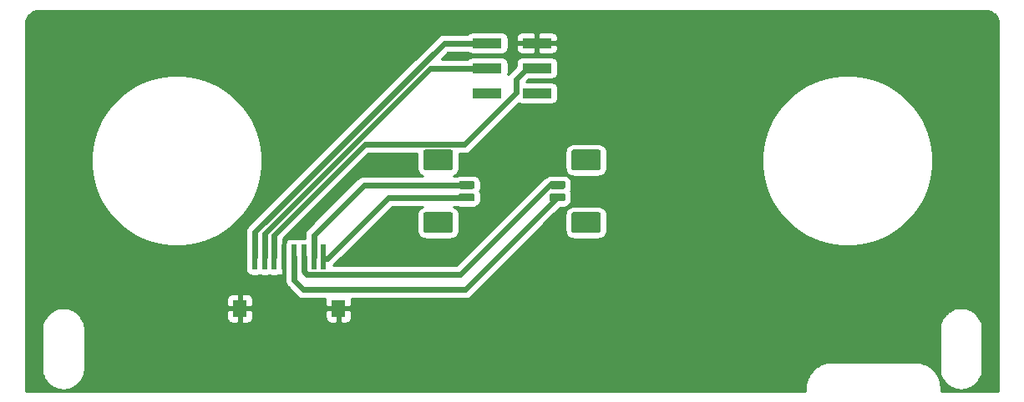
<source format=gbl>
%TF.GenerationSoftware,KiCad,Pcbnew,(5.1.5)-3*%
%TF.CreationDate,2020-05-31T21:31:08+02:00*%
%TF.ProjectId,speaker_grill,73706561-6b65-4725-9f67-72696c6c2e6b,rev?*%
%TF.SameCoordinates,PXbebc200PY5f5e100*%
%TF.FileFunction,Copper,L2,Bot*%
%TF.FilePolarity,Positive*%
%FSLAX46Y46*%
G04 Gerber Fmt 4.6, Leading zero omitted, Abs format (unit mm)*
G04 Created by KiCad (PCBNEW (5.1.5)-3) date 2020-05-31 21:31:08*
%MOMM*%
%LPD*%
G04 APERTURE LIST*
%TA.AperFunction,ConnectorPad*%
%ADD10R,1.400000X1.800000*%
%TD*%
%TA.AperFunction,SMDPad,CuDef*%
%ADD11R,0.600000X2.500000*%
%TD*%
%TA.AperFunction,SMDPad,CuDef*%
%ADD12C,0.100000*%
%TD*%
%TA.AperFunction,SMDPad,CuDef*%
%ADD13R,3.000000X1.000000*%
%TD*%
%TA.AperFunction,Conductor*%
%ADD14C,0.600000*%
%TD*%
%TA.AperFunction,Conductor*%
%ADD15C,0.254000*%
%TD*%
G04 APERTURE END LIST*
D10*
%TO.P,J4,9*%
%TO.N,GND*%
X-77600000Y9100000D03*
X-67600000Y9100000D03*
D11*
%TO.P,J4,2*%
%TO.N,L+*%
X-70100000Y14300000D03*
%TO.P,J4,1*%
%TO.N,L-*%
X-69100000Y14300000D03*
%TO.P,J4,3*%
%TO.N,R-*%
X-71100000Y14300000D03*
%TO.P,J4,4*%
%TO.N,R+*%
X-72100000Y14300000D03*
%TO.P,J4,5*%
%TO.N,GND*%
X-73100000Y14300000D03*
%TO.P,J4,6*%
%TO.N,I2C_SCL*%
X-74100000Y14300000D03*
%TO.P,J4,7*%
%TO.N,I2C_SDA*%
X-75100000Y14300000D03*
%TO.P,J4,8*%
%TO.N,3V3*%
X-76100000Y14300000D03*
%TD*%
%TA.AperFunction,SMDPad,CuDef*%
D12*
%TO.P,J3,MP*%
%TO.N,N/C*%
G36*
X-41225496Y18873796D02*
G01*
X-41201227Y18870196D01*
X-41177429Y18864235D01*
X-41154329Y18855970D01*
X-41132151Y18845480D01*
X-41111107Y18832867D01*
X-41091402Y18818253D01*
X-41073223Y18801777D01*
X-41056747Y18783598D01*
X-41042133Y18763893D01*
X-41029520Y18742849D01*
X-41019030Y18720671D01*
X-41010765Y18697571D01*
X-41004804Y18673773D01*
X-41001204Y18649504D01*
X-41000000Y18625000D01*
X-41000000Y17025000D01*
X-41001204Y17000496D01*
X-41004804Y16976227D01*
X-41010765Y16952429D01*
X-41019030Y16929329D01*
X-41029520Y16907151D01*
X-41042133Y16886107D01*
X-41056747Y16866402D01*
X-41073223Y16848223D01*
X-41091402Y16831747D01*
X-41111107Y16817133D01*
X-41132151Y16804520D01*
X-41154329Y16794030D01*
X-41177429Y16785765D01*
X-41201227Y16779804D01*
X-41225496Y16776204D01*
X-41250000Y16775000D01*
X-43750000Y16775000D01*
X-43774504Y16776204D01*
X-43798773Y16779804D01*
X-43822571Y16785765D01*
X-43845671Y16794030D01*
X-43867849Y16804520D01*
X-43888893Y16817133D01*
X-43908598Y16831747D01*
X-43926777Y16848223D01*
X-43943253Y16866402D01*
X-43957867Y16886107D01*
X-43970480Y16907151D01*
X-43980970Y16929329D01*
X-43989235Y16952429D01*
X-43995196Y16976227D01*
X-43998796Y17000496D01*
X-44000000Y17025000D01*
X-44000000Y18625000D01*
X-43998796Y18649504D01*
X-43995196Y18673773D01*
X-43989235Y18697571D01*
X-43980970Y18720671D01*
X-43970480Y18742849D01*
X-43957867Y18763893D01*
X-43943253Y18783598D01*
X-43926777Y18801777D01*
X-43908598Y18818253D01*
X-43888893Y18832867D01*
X-43867849Y18845480D01*
X-43845671Y18855970D01*
X-43822571Y18864235D01*
X-43798773Y18870196D01*
X-43774504Y18873796D01*
X-43750000Y18875000D01*
X-41250000Y18875000D01*
X-41225496Y18873796D01*
G37*
%TD.AperFunction*%
%TA.AperFunction,SMDPad,CuDef*%
G36*
X-41225496Y25223796D02*
G01*
X-41201227Y25220196D01*
X-41177429Y25214235D01*
X-41154329Y25205970D01*
X-41132151Y25195480D01*
X-41111107Y25182867D01*
X-41091402Y25168253D01*
X-41073223Y25151777D01*
X-41056747Y25133598D01*
X-41042133Y25113893D01*
X-41029520Y25092849D01*
X-41019030Y25070671D01*
X-41010765Y25047571D01*
X-41004804Y25023773D01*
X-41001204Y24999504D01*
X-41000000Y24975000D01*
X-41000000Y23375000D01*
X-41001204Y23350496D01*
X-41004804Y23326227D01*
X-41010765Y23302429D01*
X-41019030Y23279329D01*
X-41029520Y23257151D01*
X-41042133Y23236107D01*
X-41056747Y23216402D01*
X-41073223Y23198223D01*
X-41091402Y23181747D01*
X-41111107Y23167133D01*
X-41132151Y23154520D01*
X-41154329Y23144030D01*
X-41177429Y23135765D01*
X-41201227Y23129804D01*
X-41225496Y23126204D01*
X-41250000Y23125000D01*
X-43750000Y23125000D01*
X-43774504Y23126204D01*
X-43798773Y23129804D01*
X-43822571Y23135765D01*
X-43845671Y23144030D01*
X-43867849Y23154520D01*
X-43888893Y23167133D01*
X-43908598Y23181747D01*
X-43926777Y23198223D01*
X-43943253Y23216402D01*
X-43957867Y23236107D01*
X-43970480Y23257151D01*
X-43980970Y23279329D01*
X-43989235Y23302429D01*
X-43995196Y23326227D01*
X-43998796Y23350496D01*
X-44000000Y23375000D01*
X-44000000Y24975000D01*
X-43998796Y24999504D01*
X-43995196Y25023773D01*
X-43989235Y25047571D01*
X-43980970Y25070671D01*
X-43970480Y25092849D01*
X-43957867Y25113893D01*
X-43943253Y25133598D01*
X-43926777Y25151777D01*
X-43908598Y25168253D01*
X-43888893Y25182867D01*
X-43867849Y25195480D01*
X-43845671Y25205970D01*
X-43822571Y25214235D01*
X-43798773Y25220196D01*
X-43774504Y25223796D01*
X-43750000Y25225000D01*
X-41250000Y25225000D01*
X-41225496Y25223796D01*
G37*
%TD.AperFunction*%
%TA.AperFunction,SMDPad,CuDef*%
%TO.P,J3,2*%
%TO.N,R+*%
G36*
X-44780397Y20774037D02*
G01*
X-44760982Y20771157D01*
X-44741943Y20766388D01*
X-44723463Y20759776D01*
X-44705721Y20751384D01*
X-44688886Y20741294D01*
X-44673121Y20729602D01*
X-44658579Y20716421D01*
X-44645398Y20701879D01*
X-44633706Y20686114D01*
X-44623616Y20669279D01*
X-44615224Y20651537D01*
X-44608612Y20633057D01*
X-44603843Y20614018D01*
X-44600963Y20594603D01*
X-44600000Y20575000D01*
X-44600000Y20175000D01*
X-44600963Y20155397D01*
X-44603843Y20135982D01*
X-44608612Y20116943D01*
X-44615224Y20098463D01*
X-44623616Y20080721D01*
X-44633706Y20063886D01*
X-44645398Y20048121D01*
X-44658579Y20033579D01*
X-44673121Y20020398D01*
X-44688886Y20008706D01*
X-44705721Y19998616D01*
X-44723463Y19990224D01*
X-44741943Y19983612D01*
X-44760982Y19978843D01*
X-44780397Y19975963D01*
X-44800000Y19975000D01*
X-46000000Y19975000D01*
X-46019603Y19975963D01*
X-46039018Y19978843D01*
X-46058057Y19983612D01*
X-46076537Y19990224D01*
X-46094279Y19998616D01*
X-46111114Y20008706D01*
X-46126879Y20020398D01*
X-46141421Y20033579D01*
X-46154602Y20048121D01*
X-46166294Y20063886D01*
X-46176384Y20080721D01*
X-46184776Y20098463D01*
X-46191388Y20116943D01*
X-46196157Y20135982D01*
X-46199037Y20155397D01*
X-46200000Y20175000D01*
X-46200000Y20575000D01*
X-46199037Y20594603D01*
X-46196157Y20614018D01*
X-46191388Y20633057D01*
X-46184776Y20651537D01*
X-46176384Y20669279D01*
X-46166294Y20686114D01*
X-46154602Y20701879D01*
X-46141421Y20716421D01*
X-46126879Y20729602D01*
X-46111114Y20741294D01*
X-46094279Y20751384D01*
X-46076537Y20759776D01*
X-46058057Y20766388D01*
X-46039018Y20771157D01*
X-46019603Y20774037D01*
X-46000000Y20775000D01*
X-44800000Y20775000D01*
X-44780397Y20774037D01*
G37*
%TD.AperFunction*%
%TA.AperFunction,SMDPad,CuDef*%
%TO.P,J3,1*%
%TO.N,R-*%
G36*
X-44780397Y22024037D02*
G01*
X-44760982Y22021157D01*
X-44741943Y22016388D01*
X-44723463Y22009776D01*
X-44705721Y22001384D01*
X-44688886Y21991294D01*
X-44673121Y21979602D01*
X-44658579Y21966421D01*
X-44645398Y21951879D01*
X-44633706Y21936114D01*
X-44623616Y21919279D01*
X-44615224Y21901537D01*
X-44608612Y21883057D01*
X-44603843Y21864018D01*
X-44600963Y21844603D01*
X-44600000Y21825000D01*
X-44600000Y21425000D01*
X-44600963Y21405397D01*
X-44603843Y21385982D01*
X-44608612Y21366943D01*
X-44615224Y21348463D01*
X-44623616Y21330721D01*
X-44633706Y21313886D01*
X-44645398Y21298121D01*
X-44658579Y21283579D01*
X-44673121Y21270398D01*
X-44688886Y21258706D01*
X-44705721Y21248616D01*
X-44723463Y21240224D01*
X-44741943Y21233612D01*
X-44760982Y21228843D01*
X-44780397Y21225963D01*
X-44800000Y21225000D01*
X-46000000Y21225000D01*
X-46019603Y21225963D01*
X-46039018Y21228843D01*
X-46058057Y21233612D01*
X-46076537Y21240224D01*
X-46094279Y21248616D01*
X-46111114Y21258706D01*
X-46126879Y21270398D01*
X-46141421Y21283579D01*
X-46154602Y21298121D01*
X-46166294Y21313886D01*
X-46176384Y21330721D01*
X-46184776Y21348463D01*
X-46191388Y21366943D01*
X-46196157Y21385982D01*
X-46199037Y21405397D01*
X-46200000Y21425000D01*
X-46200000Y21825000D01*
X-46199037Y21844603D01*
X-46196157Y21864018D01*
X-46191388Y21883057D01*
X-46184776Y21901537D01*
X-46176384Y21919279D01*
X-46166294Y21936114D01*
X-46154602Y21951879D01*
X-46141421Y21966421D01*
X-46126879Y21979602D01*
X-46111114Y21991294D01*
X-46094279Y22001384D01*
X-46076537Y22009776D01*
X-46058057Y22016388D01*
X-46039018Y22021157D01*
X-46019603Y22024037D01*
X-46000000Y22025000D01*
X-44800000Y22025000D01*
X-44780397Y22024037D01*
G37*
%TD.AperFunction*%
%TD*%
%TA.AperFunction,SMDPad,CuDef*%
%TO.P,J2,MP*%
%TO.N,N/C*%
G36*
X-56225496Y25223796D02*
G01*
X-56201227Y25220196D01*
X-56177429Y25214235D01*
X-56154329Y25205970D01*
X-56132151Y25195480D01*
X-56111107Y25182867D01*
X-56091402Y25168253D01*
X-56073223Y25151777D01*
X-56056747Y25133598D01*
X-56042133Y25113893D01*
X-56029520Y25092849D01*
X-56019030Y25070671D01*
X-56010765Y25047571D01*
X-56004804Y25023773D01*
X-56001204Y24999504D01*
X-56000000Y24975000D01*
X-56000000Y23375000D01*
X-56001204Y23350496D01*
X-56004804Y23326227D01*
X-56010765Y23302429D01*
X-56019030Y23279329D01*
X-56029520Y23257151D01*
X-56042133Y23236107D01*
X-56056747Y23216402D01*
X-56073223Y23198223D01*
X-56091402Y23181747D01*
X-56111107Y23167133D01*
X-56132151Y23154520D01*
X-56154329Y23144030D01*
X-56177429Y23135765D01*
X-56201227Y23129804D01*
X-56225496Y23126204D01*
X-56250000Y23125000D01*
X-58750000Y23125000D01*
X-58774504Y23126204D01*
X-58798773Y23129804D01*
X-58822571Y23135765D01*
X-58845671Y23144030D01*
X-58867849Y23154520D01*
X-58888893Y23167133D01*
X-58908598Y23181747D01*
X-58926777Y23198223D01*
X-58943253Y23216402D01*
X-58957867Y23236107D01*
X-58970480Y23257151D01*
X-58980970Y23279329D01*
X-58989235Y23302429D01*
X-58995196Y23326227D01*
X-58998796Y23350496D01*
X-59000000Y23375000D01*
X-59000000Y24975000D01*
X-58998796Y24999504D01*
X-58995196Y25023773D01*
X-58989235Y25047571D01*
X-58980970Y25070671D01*
X-58970480Y25092849D01*
X-58957867Y25113893D01*
X-58943253Y25133598D01*
X-58926777Y25151777D01*
X-58908598Y25168253D01*
X-58888893Y25182867D01*
X-58867849Y25195480D01*
X-58845671Y25205970D01*
X-58822571Y25214235D01*
X-58798773Y25220196D01*
X-58774504Y25223796D01*
X-58750000Y25225000D01*
X-56250000Y25225000D01*
X-56225496Y25223796D01*
G37*
%TD.AperFunction*%
%TA.AperFunction,SMDPad,CuDef*%
G36*
X-56225496Y18873796D02*
G01*
X-56201227Y18870196D01*
X-56177429Y18864235D01*
X-56154329Y18855970D01*
X-56132151Y18845480D01*
X-56111107Y18832867D01*
X-56091402Y18818253D01*
X-56073223Y18801777D01*
X-56056747Y18783598D01*
X-56042133Y18763893D01*
X-56029520Y18742849D01*
X-56019030Y18720671D01*
X-56010765Y18697571D01*
X-56004804Y18673773D01*
X-56001204Y18649504D01*
X-56000000Y18625000D01*
X-56000000Y17025000D01*
X-56001204Y17000496D01*
X-56004804Y16976227D01*
X-56010765Y16952429D01*
X-56019030Y16929329D01*
X-56029520Y16907151D01*
X-56042133Y16886107D01*
X-56056747Y16866402D01*
X-56073223Y16848223D01*
X-56091402Y16831747D01*
X-56111107Y16817133D01*
X-56132151Y16804520D01*
X-56154329Y16794030D01*
X-56177429Y16785765D01*
X-56201227Y16779804D01*
X-56225496Y16776204D01*
X-56250000Y16775000D01*
X-58750000Y16775000D01*
X-58774504Y16776204D01*
X-58798773Y16779804D01*
X-58822571Y16785765D01*
X-58845671Y16794030D01*
X-58867849Y16804520D01*
X-58888893Y16817133D01*
X-58908598Y16831747D01*
X-58926777Y16848223D01*
X-58943253Y16866402D01*
X-58957867Y16886107D01*
X-58970480Y16907151D01*
X-58980970Y16929329D01*
X-58989235Y16952429D01*
X-58995196Y16976227D01*
X-58998796Y17000496D01*
X-59000000Y17025000D01*
X-59000000Y18625000D01*
X-58998796Y18649504D01*
X-58995196Y18673773D01*
X-58989235Y18697571D01*
X-58980970Y18720671D01*
X-58970480Y18742849D01*
X-58957867Y18763893D01*
X-58943253Y18783598D01*
X-58926777Y18801777D01*
X-58908598Y18818253D01*
X-58888893Y18832867D01*
X-58867849Y18845480D01*
X-58845671Y18855970D01*
X-58822571Y18864235D01*
X-58798773Y18870196D01*
X-58774504Y18873796D01*
X-58750000Y18875000D01*
X-56250000Y18875000D01*
X-56225496Y18873796D01*
G37*
%TD.AperFunction*%
%TA.AperFunction,SMDPad,CuDef*%
%TO.P,J2,2*%
%TO.N,L+*%
G36*
X-53980397Y22024037D02*
G01*
X-53960982Y22021157D01*
X-53941943Y22016388D01*
X-53923463Y22009776D01*
X-53905721Y22001384D01*
X-53888886Y21991294D01*
X-53873121Y21979602D01*
X-53858579Y21966421D01*
X-53845398Y21951879D01*
X-53833706Y21936114D01*
X-53823616Y21919279D01*
X-53815224Y21901537D01*
X-53808612Y21883057D01*
X-53803843Y21864018D01*
X-53800963Y21844603D01*
X-53800000Y21825000D01*
X-53800000Y21425000D01*
X-53800963Y21405397D01*
X-53803843Y21385982D01*
X-53808612Y21366943D01*
X-53815224Y21348463D01*
X-53823616Y21330721D01*
X-53833706Y21313886D01*
X-53845398Y21298121D01*
X-53858579Y21283579D01*
X-53873121Y21270398D01*
X-53888886Y21258706D01*
X-53905721Y21248616D01*
X-53923463Y21240224D01*
X-53941943Y21233612D01*
X-53960982Y21228843D01*
X-53980397Y21225963D01*
X-54000000Y21225000D01*
X-55200000Y21225000D01*
X-55219603Y21225963D01*
X-55239018Y21228843D01*
X-55258057Y21233612D01*
X-55276537Y21240224D01*
X-55294279Y21248616D01*
X-55311114Y21258706D01*
X-55326879Y21270398D01*
X-55341421Y21283579D01*
X-55354602Y21298121D01*
X-55366294Y21313886D01*
X-55376384Y21330721D01*
X-55384776Y21348463D01*
X-55391388Y21366943D01*
X-55396157Y21385982D01*
X-55399037Y21405397D01*
X-55400000Y21425000D01*
X-55400000Y21825000D01*
X-55399037Y21844603D01*
X-55396157Y21864018D01*
X-55391388Y21883057D01*
X-55384776Y21901537D01*
X-55376384Y21919279D01*
X-55366294Y21936114D01*
X-55354602Y21951879D01*
X-55341421Y21966421D01*
X-55326879Y21979602D01*
X-55311114Y21991294D01*
X-55294279Y22001384D01*
X-55276537Y22009776D01*
X-55258057Y22016388D01*
X-55239018Y22021157D01*
X-55219603Y22024037D01*
X-55200000Y22025000D01*
X-54000000Y22025000D01*
X-53980397Y22024037D01*
G37*
%TD.AperFunction*%
%TA.AperFunction,SMDPad,CuDef*%
%TO.P,J2,1*%
%TO.N,L-*%
G36*
X-53980397Y20774037D02*
G01*
X-53960982Y20771157D01*
X-53941943Y20766388D01*
X-53923463Y20759776D01*
X-53905721Y20751384D01*
X-53888886Y20741294D01*
X-53873121Y20729602D01*
X-53858579Y20716421D01*
X-53845398Y20701879D01*
X-53833706Y20686114D01*
X-53823616Y20669279D01*
X-53815224Y20651537D01*
X-53808612Y20633057D01*
X-53803843Y20614018D01*
X-53800963Y20594603D01*
X-53800000Y20575000D01*
X-53800000Y20175000D01*
X-53800963Y20155397D01*
X-53803843Y20135982D01*
X-53808612Y20116943D01*
X-53815224Y20098463D01*
X-53823616Y20080721D01*
X-53833706Y20063886D01*
X-53845398Y20048121D01*
X-53858579Y20033579D01*
X-53873121Y20020398D01*
X-53888886Y20008706D01*
X-53905721Y19998616D01*
X-53923463Y19990224D01*
X-53941943Y19983612D01*
X-53960982Y19978843D01*
X-53980397Y19975963D01*
X-54000000Y19975000D01*
X-55200000Y19975000D01*
X-55219603Y19975963D01*
X-55239018Y19978843D01*
X-55258057Y19983612D01*
X-55276537Y19990224D01*
X-55294279Y19998616D01*
X-55311114Y20008706D01*
X-55326879Y20020398D01*
X-55341421Y20033579D01*
X-55354602Y20048121D01*
X-55366294Y20063886D01*
X-55376384Y20080721D01*
X-55384776Y20098463D01*
X-55391388Y20116943D01*
X-55396157Y20135982D01*
X-55399037Y20155397D01*
X-55400000Y20175000D01*
X-55400000Y20575000D01*
X-55399037Y20594603D01*
X-55396157Y20614018D01*
X-55391388Y20633057D01*
X-55384776Y20651537D01*
X-55376384Y20669279D01*
X-55366294Y20686114D01*
X-55354602Y20701879D01*
X-55341421Y20716421D01*
X-55326879Y20729602D01*
X-55311114Y20741294D01*
X-55294279Y20751384D01*
X-55276537Y20759776D01*
X-55258057Y20766388D01*
X-55239018Y20771157D01*
X-55219603Y20774037D01*
X-55200000Y20775000D01*
X-54000000Y20775000D01*
X-53980397Y20774037D01*
G37*
%TD.AperFunction*%
%TD*%
D13*
%TO.P,J1,6*%
%TO.N,Net-(J1-Pad6)*%
X-47480000Y30960000D03*
%TO.P,J1,5*%
%TO.N,Net-(J1-Pad5)*%
X-52520000Y30960000D03*
%TO.P,J1,4*%
%TO.N,I2C_SCL*%
X-47480000Y33500000D03*
%TO.P,J1,3*%
%TO.N,I2C_SDA*%
X-52520000Y33500000D03*
%TO.P,J1,2*%
%TO.N,GND*%
X-47480000Y36040000D03*
%TO.P,J1,1*%
%TO.N,3V3*%
X-52520000Y36040000D03*
%TD*%
D14*
%TO.N,I2C_SCL*%
X-74100000Y16500000D02*
X-74100000Y14300000D01*
X-64924990Y25725010D02*
X-74125000Y16525000D01*
X-47480000Y33500000D02*
X-48480000Y33500000D01*
X-49600000Y32380000D02*
X-49600000Y30979998D01*
X-49600000Y30979998D02*
X-54854988Y25725010D01*
X-48480000Y33500000D02*
X-49600000Y32380000D01*
X-54854988Y25725010D02*
X-64924990Y25725010D01*
%TO.N,I2C_SDA*%
X-54620000Y33500000D02*
X-52520000Y33500000D01*
X-58281384Y33500000D02*
X-54620000Y33500000D01*
X-75100000Y16681384D02*
X-75100000Y14300000D01*
X-74990692Y16790692D02*
X-58281384Y33500000D01*
X-74990692Y16790692D02*
X-75100000Y16681384D01*
%TO.N,3V3*%
X-54620000Y36040000D02*
X-52520000Y36040000D01*
X-56872768Y36040000D02*
X-54620000Y36040000D01*
X-76100000Y16812768D02*
X-76100000Y14300000D01*
X-76056384Y16856384D02*
X-76100000Y16812768D01*
X-76056384Y16856384D02*
X-56872768Y36040000D01*
%TO.N,L+*%
X-54600000Y21625000D02*
X-65025000Y21625000D01*
X-70100000Y16550000D02*
X-70100000Y14300000D01*
X-65025000Y21625000D02*
X-70100000Y16550000D01*
%TO.N,L-*%
X-55400000Y20375000D02*
X-54600000Y20375000D01*
X-62525000Y20375000D02*
X-55400000Y20375000D01*
X-69000000Y14200000D02*
X-68700000Y14200000D01*
X-68700000Y14200000D02*
X-62525000Y20375000D01*
%TO.N,R+*%
X-71140693Y11000000D02*
X-72100000Y11959307D01*
X-45400000Y20375000D02*
X-54775000Y11000000D01*
X-72100000Y11959307D02*
X-72100000Y14300000D01*
X-54775000Y11000000D02*
X-71140693Y11000000D01*
%TO.N,R-*%
X-46200000Y21625000D02*
X-45400000Y21625000D01*
X-55275001Y12549999D02*
X-46200000Y21625000D01*
X-70800001Y12549999D02*
X-71100000Y12849998D01*
X-70549999Y12549999D02*
X-55275001Y12549999D01*
X-71100000Y12849998D02*
X-71100000Y14300000D01*
X-70549999Y12549999D02*
X-70800001Y12549999D01*
%TD*%
D15*
%TO.N,GND*%
G36*
X-1747171Y39276877D02*
G01*
X-1503974Y39203451D01*
X-1279669Y39084186D01*
X-1082801Y38923625D01*
X-920869Y38727883D01*
X-800043Y38504420D01*
X-724920Y38261736D01*
X-695000Y37977071D01*
X-694999Y695000D01*
X-6505000Y695000D01*
X-6505000Y1034135D01*
X-6507996Y1064558D01*
X-6507910Y1076953D01*
X-6508856Y1086611D01*
X-6549657Y1474804D01*
X-6562325Y1536518D01*
X-6574127Y1598383D01*
X-6576932Y1607673D01*
X-6692355Y1980548D01*
X-6716765Y2038617D01*
X-6740362Y2097021D01*
X-6744918Y2105589D01*
X-6744918Y2105590D01*
X-6744921Y2105594D01*
X-6930569Y2448944D01*
X-6965792Y2501165D01*
X-7000286Y2553876D01*
X-7006419Y2561397D01*
X-7255226Y2862152D01*
X-7299935Y2906550D01*
X-7343995Y2951542D01*
X-7351466Y2957722D01*
X-7351472Y2957728D01*
X-7351479Y2957732D01*
X-7361452Y2965866D01*
X-6695000Y2965866D01*
X-6691537Y2930708D01*
X-6691537Y2911236D01*
X-6690523Y2901585D01*
X-6657890Y2610660D01*
X-6644794Y2549051D01*
X-6632558Y2487256D01*
X-6629689Y2477986D01*
X-6541171Y2198941D01*
X-6516348Y2141024D01*
X-6492351Y2082805D01*
X-6487736Y2074268D01*
X-6346703Y1817730D01*
X-6311105Y1765740D01*
X-6276256Y1713289D01*
X-6270071Y1705811D01*
X-6081896Y1481553D01*
X-6036882Y1437472D01*
X-5992504Y1392784D01*
X-5984990Y1386656D01*
X-5984985Y1386651D01*
X-5984980Y1386647D01*
X-5756834Y1203214D01*
X-5704139Y1168731D01*
X-5651905Y1133499D01*
X-5643337Y1128943D01*
X-5383902Y993313D01*
X-5325475Y969707D01*
X-5267427Y945306D01*
X-5258145Y942503D01*
X-5258139Y942501D01*
X-5258133Y942500D01*
X-4977299Y859846D01*
X-4915438Y848045D01*
X-4853718Y835376D01*
X-4844062Y834429D01*
X-4844060Y834429D01*
X-4552516Y807897D01*
X-4489528Y808337D01*
X-4426540Y807897D01*
X-4416882Y808844D01*
X-4416879Y808844D01*
X-4416876Y808845D01*
X-4125737Y839444D01*
X-4064017Y852113D01*
X-4002156Y863914D01*
X-3992874Y866717D01*
X-3992867Y866718D01*
X-3992861Y866721D01*
X-3713210Y953286D01*
X-3655118Y977706D01*
X-3596735Y1001294D01*
X-3588172Y1005847D01*
X-3588168Y1005849D01*
X-3588165Y1005851D01*
X-3330651Y1145089D01*
X-3278417Y1180321D01*
X-3225722Y1214804D01*
X-3218204Y1220935D01*
X-3218200Y1220938D01*
X-3218196Y1220942D01*
X-2992635Y1407542D01*
X-2948255Y1452232D01*
X-2903244Y1496311D01*
X-2897058Y1503788D01*
X-2712032Y1730652D01*
X-2677171Y1783121D01*
X-2641585Y1835094D01*
X-2636974Y1843622D01*
X-2636969Y1843630D01*
X-2636966Y1843638D01*
X-2499533Y2102111D01*
X-2475539Y2160325D01*
X-2450714Y2218246D01*
X-2447844Y2227516D01*
X-2363230Y2507770D01*
X-2350997Y2569553D01*
X-2337898Y2631178D01*
X-2336884Y2640829D01*
X-2308317Y2932180D01*
X-2308317Y2932187D01*
X-2305000Y2965865D01*
X-2305000Y7034135D01*
X-2308463Y7069293D01*
X-2308463Y7088765D01*
X-2309477Y7098416D01*
X-2342110Y7389340D01*
X-2355206Y7450949D01*
X-2367442Y7512744D01*
X-2370311Y7522015D01*
X-2458829Y7801059D01*
X-2483646Y7858962D01*
X-2507649Y7917196D01*
X-2512264Y7925732D01*
X-2653297Y8182270D01*
X-2688895Y8234260D01*
X-2723744Y8286711D01*
X-2729929Y8294189D01*
X-2918104Y8518447D01*
X-2963119Y8562528D01*
X-3007496Y8607216D01*
X-3015016Y8613349D01*
X-3243166Y8796786D01*
X-3295861Y8831269D01*
X-3348095Y8866501D01*
X-3356663Y8871057D01*
X-3616098Y9006687D01*
X-3674525Y9030293D01*
X-3732573Y9054694D01*
X-3741855Y9057497D01*
X-3741861Y9057499D01*
X-3741867Y9057500D01*
X-4022701Y9140154D01*
X-4084562Y9151955D01*
X-4146282Y9164624D01*
X-4155938Y9165571D01*
X-4155940Y9165571D01*
X-4447484Y9192103D01*
X-4510472Y9191663D01*
X-4573460Y9192103D01*
X-4583118Y9191156D01*
X-4583121Y9191156D01*
X-4583124Y9191155D01*
X-4874263Y9160556D01*
X-4935977Y9147888D01*
X-4997844Y9136086D01*
X-5007126Y9133283D01*
X-5007133Y9133282D01*
X-5007139Y9133279D01*
X-5286790Y9046713D01*
X-5344849Y9022307D01*
X-5403265Y8998706D01*
X-5411828Y8994153D01*
X-5411832Y8994151D01*
X-5411833Y8994150D01*
X-5669349Y8854911D01*
X-5721583Y8819679D01*
X-5774278Y8785196D01*
X-5781796Y8779065D01*
X-5781800Y8779062D01*
X-5781804Y8779058D01*
X-6007365Y8592458D01*
X-6051745Y8547768D01*
X-6096756Y8503689D01*
X-6102942Y8496212D01*
X-6287968Y8269348D01*
X-6322829Y8216879D01*
X-6358415Y8164906D01*
X-6363026Y8156378D01*
X-6363031Y8156370D01*
X-6363031Y8156369D01*
X-6500467Y7897889D01*
X-6524461Y7839675D01*
X-6549286Y7781754D01*
X-6552156Y7772484D01*
X-6636770Y7492230D01*
X-6649003Y7430447D01*
X-6662102Y7368822D01*
X-6663116Y7359171D01*
X-6691683Y7067819D01*
X-6691683Y7067802D01*
X-6694999Y7034135D01*
X-6695000Y2965866D01*
X-7361452Y2965866D01*
X-7653956Y3204428D01*
X-7706425Y3239289D01*
X-7758398Y3274875D01*
X-7766926Y3279486D01*
X-7766934Y3279491D01*
X-7766942Y3279494D01*
X-8111575Y3462740D01*
X-8169839Y3486755D01*
X-8227713Y3511559D01*
X-8236975Y3514427D01*
X-8236981Y3514429D01*
X-8236987Y3514430D01*
X-8610654Y3627247D01*
X-8672436Y3639480D01*
X-8734059Y3652578D01*
X-8743710Y3653593D01*
X-9132179Y3691683D01*
X-9132187Y3691683D01*
X-9165865Y3695000D01*
X-17634135Y3695000D01*
X-17664558Y3692004D01*
X-17676953Y3692090D01*
X-17686611Y3691144D01*
X-18074804Y3650343D01*
X-18136518Y3637675D01*
X-18198383Y3625873D01*
X-18207671Y3623069D01*
X-18207677Y3623067D01*
X-18580548Y3507645D01*
X-18638617Y3483235D01*
X-18697021Y3459638D01*
X-18705585Y3455084D01*
X-18705590Y3455082D01*
X-18705591Y3455081D01*
X-19048944Y3269431D01*
X-19101165Y3234208D01*
X-19153876Y3199714D01*
X-19161397Y3193581D01*
X-19462152Y2944774D01*
X-19506550Y2900065D01*
X-19551542Y2856005D01*
X-19557722Y2848534D01*
X-19557728Y2848528D01*
X-19557732Y2848521D01*
X-19804428Y2546044D01*
X-19839289Y2493575D01*
X-19874875Y2441602D01*
X-19879486Y2433074D01*
X-19879491Y2433066D01*
X-19879494Y2433058D01*
X-20062740Y2088425D01*
X-20086755Y2030161D01*
X-20111559Y1972287D01*
X-20114427Y1963025D01*
X-20114429Y1963019D01*
X-20114429Y1963017D01*
X-20227247Y1589346D01*
X-20239480Y1527564D01*
X-20252578Y1465941D01*
X-20253593Y1456290D01*
X-20291683Y1067821D01*
X-20291683Y1067802D01*
X-20294999Y1034135D01*
X-20294999Y695000D01*
X-99305000Y695000D01*
X-99305000Y2965866D01*
X-97695000Y2965866D01*
X-97691537Y2930708D01*
X-97691537Y2911236D01*
X-97690523Y2901585D01*
X-97657890Y2610660D01*
X-97644794Y2549051D01*
X-97632558Y2487256D01*
X-97629689Y2477986D01*
X-97541171Y2198941D01*
X-97516348Y2141024D01*
X-97492351Y2082805D01*
X-97487736Y2074268D01*
X-97346703Y1817730D01*
X-97311105Y1765740D01*
X-97276256Y1713289D01*
X-97270071Y1705811D01*
X-97081896Y1481553D01*
X-97036882Y1437472D01*
X-96992504Y1392784D01*
X-96984990Y1386656D01*
X-96984985Y1386651D01*
X-96984980Y1386647D01*
X-96756834Y1203214D01*
X-96704139Y1168731D01*
X-96651905Y1133499D01*
X-96643337Y1128943D01*
X-96383902Y993313D01*
X-96325475Y969707D01*
X-96267427Y945306D01*
X-96258145Y942503D01*
X-96258139Y942501D01*
X-96258133Y942500D01*
X-95977299Y859846D01*
X-95915438Y848045D01*
X-95853718Y835376D01*
X-95844062Y834429D01*
X-95844060Y834429D01*
X-95552516Y807897D01*
X-95489528Y808337D01*
X-95426540Y807897D01*
X-95416882Y808844D01*
X-95416879Y808844D01*
X-95416876Y808845D01*
X-95125737Y839444D01*
X-95064017Y852113D01*
X-95002156Y863914D01*
X-94992874Y866717D01*
X-94992867Y866718D01*
X-94992861Y866721D01*
X-94713210Y953286D01*
X-94655118Y977706D01*
X-94596735Y1001294D01*
X-94588172Y1005847D01*
X-94588168Y1005849D01*
X-94588165Y1005851D01*
X-94330651Y1145089D01*
X-94278417Y1180321D01*
X-94225722Y1214804D01*
X-94218204Y1220935D01*
X-94218200Y1220938D01*
X-94218196Y1220942D01*
X-93992635Y1407542D01*
X-93948255Y1452232D01*
X-93903244Y1496311D01*
X-93897058Y1503788D01*
X-93712032Y1730652D01*
X-93677171Y1783121D01*
X-93641585Y1835094D01*
X-93636974Y1843622D01*
X-93636969Y1843630D01*
X-93636966Y1843638D01*
X-93499533Y2102111D01*
X-93475539Y2160325D01*
X-93450714Y2218246D01*
X-93447844Y2227516D01*
X-93363230Y2507770D01*
X-93350997Y2569553D01*
X-93337898Y2631178D01*
X-93336884Y2640829D01*
X-93308317Y2932180D01*
X-93308317Y2932187D01*
X-93305000Y2965865D01*
X-93305000Y7034135D01*
X-93308463Y7069293D01*
X-93308463Y7088765D01*
X-93309477Y7098416D01*
X-93342110Y7389340D01*
X-93355206Y7450949D01*
X-93367442Y7512744D01*
X-93370311Y7522015D01*
X-93458829Y7801059D01*
X-93483646Y7858962D01*
X-93507649Y7917196D01*
X-93512264Y7925732D01*
X-93653297Y8182270D01*
X-93665436Y8200000D01*
X-78938072Y8200000D01*
X-78925812Y8075518D01*
X-78889502Y7955820D01*
X-78830537Y7845506D01*
X-78751185Y7748815D01*
X-78654494Y7669463D01*
X-78544180Y7610498D01*
X-78424482Y7574188D01*
X-78300000Y7561928D01*
X-77885750Y7565000D01*
X-77727000Y7723750D01*
X-77727000Y8973000D01*
X-77473000Y8973000D01*
X-77473000Y7723750D01*
X-77314250Y7565000D01*
X-76900000Y7561928D01*
X-76775518Y7574188D01*
X-76655820Y7610498D01*
X-76545506Y7669463D01*
X-76448815Y7748815D01*
X-76369463Y7845506D01*
X-76310498Y7955820D01*
X-76274188Y8075518D01*
X-76261928Y8200000D01*
X-68938072Y8200000D01*
X-68925812Y8075518D01*
X-68889502Y7955820D01*
X-68830537Y7845506D01*
X-68751185Y7748815D01*
X-68654494Y7669463D01*
X-68544180Y7610498D01*
X-68424482Y7574188D01*
X-68300000Y7561928D01*
X-67885750Y7565000D01*
X-67727000Y7723750D01*
X-67727000Y8973000D01*
X-67473000Y8973000D01*
X-67473000Y7723750D01*
X-67314250Y7565000D01*
X-66900000Y7561928D01*
X-66775518Y7574188D01*
X-66655820Y7610498D01*
X-66545506Y7669463D01*
X-66448815Y7748815D01*
X-66369463Y7845506D01*
X-66310498Y7955820D01*
X-66274188Y8075518D01*
X-66261928Y8200000D01*
X-66265000Y8814250D01*
X-66423750Y8973000D01*
X-67473000Y8973000D01*
X-67727000Y8973000D01*
X-68776250Y8973000D01*
X-68935000Y8814250D01*
X-68938072Y8200000D01*
X-76261928Y8200000D01*
X-76265000Y8814250D01*
X-76423750Y8973000D01*
X-77473000Y8973000D01*
X-77727000Y8973000D01*
X-78776250Y8973000D01*
X-78935000Y8814250D01*
X-78938072Y8200000D01*
X-93665436Y8200000D01*
X-93688895Y8234260D01*
X-93723744Y8286711D01*
X-93729929Y8294189D01*
X-93918104Y8518447D01*
X-93963119Y8562528D01*
X-94007496Y8607216D01*
X-94015016Y8613349D01*
X-94243166Y8796786D01*
X-94295861Y8831269D01*
X-94348095Y8866501D01*
X-94356663Y8871057D01*
X-94616098Y9006687D01*
X-94674525Y9030293D01*
X-94732573Y9054694D01*
X-94741855Y9057497D01*
X-94741861Y9057499D01*
X-94741867Y9057500D01*
X-95022701Y9140154D01*
X-95084562Y9151955D01*
X-95146282Y9164624D01*
X-95155938Y9165571D01*
X-95155940Y9165571D01*
X-95447484Y9192103D01*
X-95510472Y9191663D01*
X-95573460Y9192103D01*
X-95583118Y9191156D01*
X-95583121Y9191156D01*
X-95583124Y9191155D01*
X-95874263Y9160556D01*
X-95935977Y9147888D01*
X-95997844Y9136086D01*
X-96007126Y9133283D01*
X-96007133Y9133282D01*
X-96007139Y9133279D01*
X-96286790Y9046713D01*
X-96344849Y9022307D01*
X-96403265Y8998706D01*
X-96411828Y8994153D01*
X-96411832Y8994151D01*
X-96411833Y8994150D01*
X-96669349Y8854911D01*
X-96721583Y8819679D01*
X-96774278Y8785196D01*
X-96781796Y8779065D01*
X-96781800Y8779062D01*
X-96781804Y8779058D01*
X-97007365Y8592458D01*
X-97051745Y8547768D01*
X-97096756Y8503689D01*
X-97102942Y8496212D01*
X-97287968Y8269348D01*
X-97322829Y8216879D01*
X-97358415Y8164906D01*
X-97363026Y8156378D01*
X-97363031Y8156370D01*
X-97363031Y8156369D01*
X-97500467Y7897889D01*
X-97524461Y7839675D01*
X-97549286Y7781754D01*
X-97552156Y7772484D01*
X-97636770Y7492230D01*
X-97649003Y7430447D01*
X-97662102Y7368822D01*
X-97663116Y7359171D01*
X-97691683Y7067819D01*
X-97691683Y7067802D01*
X-97694999Y7034135D01*
X-97695000Y2965866D01*
X-99305000Y2965866D01*
X-99305000Y10000000D01*
X-78938072Y10000000D01*
X-78935000Y9385750D01*
X-78776250Y9227000D01*
X-77727000Y9227000D01*
X-77727000Y10476250D01*
X-77473000Y10476250D01*
X-77473000Y9227000D01*
X-76423750Y9227000D01*
X-76265000Y9385750D01*
X-76261928Y10000000D01*
X-76274188Y10124482D01*
X-76310498Y10244180D01*
X-76369463Y10354494D01*
X-76448815Y10451185D01*
X-76545506Y10530537D01*
X-76655820Y10589502D01*
X-76775518Y10625812D01*
X-76900000Y10638072D01*
X-77314250Y10635000D01*
X-77473000Y10476250D01*
X-77727000Y10476250D01*
X-77885750Y10635000D01*
X-78300000Y10638072D01*
X-78424482Y10625812D01*
X-78544180Y10589502D01*
X-78654494Y10530537D01*
X-78751185Y10451185D01*
X-78830537Y10354494D01*
X-78889502Y10244180D01*
X-78925812Y10124482D01*
X-78938072Y10000000D01*
X-99305000Y10000000D01*
X-99305000Y24721721D01*
X-92692795Y24721721D01*
X-92692795Y23478279D01*
X-92515835Y22247494D01*
X-92165517Y21054420D01*
X-91648972Y19923345D01*
X-90976717Y18877295D01*
X-90162436Y17937564D01*
X-89222705Y17123283D01*
X-88176655Y16451028D01*
X-87045580Y15934483D01*
X-85852506Y15584165D01*
X-84621721Y15407205D01*
X-83378279Y15407205D01*
X-82147494Y15584165D01*
X-80954420Y15934483D01*
X-79823345Y16451028D01*
X-79260467Y16812768D01*
X-77039524Y16812768D01*
X-77035000Y16766836D01*
X-77035000Y15581197D01*
X-77038072Y15550000D01*
X-77038072Y13050000D01*
X-77025812Y12925518D01*
X-76989502Y12805820D01*
X-76930537Y12695506D01*
X-76851185Y12598815D01*
X-76754494Y12519463D01*
X-76644180Y12460498D01*
X-76524482Y12424188D01*
X-76400000Y12411928D01*
X-75800000Y12411928D01*
X-75675518Y12424188D01*
X-75600000Y12447096D01*
X-75524482Y12424188D01*
X-75400000Y12411928D01*
X-74800000Y12411928D01*
X-74675518Y12424188D01*
X-74600000Y12447096D01*
X-74524482Y12424188D01*
X-74400000Y12411928D01*
X-73800000Y12411928D01*
X-73675518Y12424188D01*
X-73600000Y12447096D01*
X-73524482Y12424188D01*
X-73400000Y12411928D01*
X-73385750Y12415000D01*
X-73227000Y12573750D01*
X-73227000Y12774947D01*
X-73210498Y12805820D01*
X-73174188Y12925518D01*
X-73161928Y13050000D01*
X-73161928Y15550000D01*
X-73165000Y15581192D01*
X-73165000Y16162711D01*
X-64537701Y24790010D01*
X-59638072Y24790010D01*
X-59638072Y23375000D01*
X-59621008Y23201746D01*
X-59570472Y23035150D01*
X-59488405Y22881614D01*
X-59377962Y22747038D01*
X-59243386Y22636595D01*
X-59100087Y22560000D01*
X-64979068Y22560000D01*
X-65025000Y22564524D01*
X-65070932Y22560000D01*
X-65208292Y22546471D01*
X-65384540Y22493007D01*
X-65546972Y22406186D01*
X-65689344Y22289344D01*
X-65718630Y22253659D01*
X-70728659Y17243630D01*
X-70764344Y17214344D01*
X-70881186Y17071971D01*
X-70968007Y16909539D01*
X-71021471Y16733292D01*
X-71021471Y16733291D01*
X-71039524Y16550000D01*
X-71035000Y16504068D01*
X-71035000Y16188072D01*
X-71400000Y16188072D01*
X-71524482Y16175812D01*
X-71600000Y16152904D01*
X-71675518Y16175812D01*
X-71800000Y16188072D01*
X-72400000Y16188072D01*
X-72524482Y16175812D01*
X-72600000Y16152904D01*
X-72675518Y16175812D01*
X-72800000Y16188072D01*
X-72814250Y16185000D01*
X-72973000Y16026250D01*
X-72973000Y15825053D01*
X-72989502Y15794180D01*
X-73025812Y15674482D01*
X-73038072Y15550000D01*
X-73038072Y13050000D01*
X-73035000Y13018804D01*
X-73035000Y12005239D01*
X-73039524Y11959307D01*
X-73029386Y11856376D01*
X-73021471Y11776016D01*
X-72968007Y11599768D01*
X-72881186Y11437336D01*
X-72764344Y11294963D01*
X-72728659Y11265677D01*
X-71834323Y10371341D01*
X-71805037Y10335656D01*
X-71662665Y10218814D01*
X-71500233Y10131993D01*
X-71323985Y10078529D01*
X-71140693Y10060476D01*
X-71094761Y10065000D01*
X-68931670Y10065000D01*
X-68938072Y10000000D01*
X-68935000Y9385750D01*
X-68776250Y9227000D01*
X-67727000Y9227000D01*
X-67727000Y9247000D01*
X-67473000Y9247000D01*
X-67473000Y9227000D01*
X-66423750Y9227000D01*
X-66265000Y9385750D01*
X-66261928Y10000000D01*
X-66268330Y10065000D01*
X-54820932Y10065000D01*
X-54775000Y10060476D01*
X-54729068Y10065000D01*
X-54591708Y10078529D01*
X-54415460Y10131993D01*
X-54253028Y10218814D01*
X-54110656Y10335656D01*
X-54081370Y10371341D01*
X-45827711Y18625000D01*
X-44638072Y18625000D01*
X-44638072Y17025000D01*
X-44621008Y16851746D01*
X-44570472Y16685150D01*
X-44488405Y16531614D01*
X-44377962Y16397038D01*
X-44243386Y16286595D01*
X-44089850Y16204528D01*
X-43923254Y16153992D01*
X-43750000Y16136928D01*
X-41250000Y16136928D01*
X-41076746Y16153992D01*
X-40910150Y16204528D01*
X-40756614Y16286595D01*
X-40622038Y16397038D01*
X-40511595Y16531614D01*
X-40429528Y16685150D01*
X-40378992Y16851746D01*
X-40361928Y17025000D01*
X-40361928Y18625000D01*
X-40378992Y18798254D01*
X-40429528Y18964850D01*
X-40511595Y19118386D01*
X-40622038Y19252962D01*
X-40756614Y19363405D01*
X-40910150Y19445472D01*
X-41076746Y19496008D01*
X-41250000Y19513072D01*
X-43750000Y19513072D01*
X-43923254Y19496008D01*
X-44089850Y19445472D01*
X-44243386Y19363405D01*
X-44377962Y19252962D01*
X-44488405Y19118386D01*
X-44570472Y18964850D01*
X-44621008Y18798254D01*
X-44638072Y18625000D01*
X-45827711Y18625000D01*
X-45115782Y19336928D01*
X-44800000Y19336928D01*
X-44636500Y19353031D01*
X-44479284Y19400722D01*
X-44334392Y19478169D01*
X-44207394Y19582394D01*
X-44103169Y19709392D01*
X-44025722Y19854284D01*
X-43978031Y20011500D01*
X-43961928Y20175000D01*
X-43961928Y20575000D01*
X-43978031Y20738500D01*
X-44025722Y20895716D01*
X-44081463Y21000000D01*
X-44025722Y21104284D01*
X-43978031Y21261500D01*
X-43961928Y21425000D01*
X-43961928Y21825000D01*
X-43978031Y21988500D01*
X-44025722Y22145716D01*
X-44103169Y22290608D01*
X-44207394Y22417606D01*
X-44334392Y22521831D01*
X-44479284Y22599278D01*
X-44636500Y22646969D01*
X-44800000Y22663072D01*
X-46000000Y22663072D01*
X-46163500Y22646969D01*
X-46320716Y22599278D01*
X-46465608Y22521831D01*
X-46466246Y22521307D01*
X-46559540Y22493007D01*
X-46721972Y22406186D01*
X-46864344Y22289344D01*
X-46893625Y22253665D01*
X-55662290Y13484999D01*
X-68097382Y13484999D01*
X-68035656Y13535656D01*
X-68006370Y13571341D01*
X-62137711Y19440000D01*
X-59100087Y19440000D01*
X-59243386Y19363405D01*
X-59377962Y19252962D01*
X-59488405Y19118386D01*
X-59570472Y18964850D01*
X-59621008Y18798254D01*
X-59638072Y18625000D01*
X-59638072Y17025000D01*
X-59621008Y16851746D01*
X-59570472Y16685150D01*
X-59488405Y16531614D01*
X-59377962Y16397038D01*
X-59243386Y16286595D01*
X-59089850Y16204528D01*
X-58923254Y16153992D01*
X-58750000Y16136928D01*
X-56250000Y16136928D01*
X-56076746Y16153992D01*
X-55910150Y16204528D01*
X-55756614Y16286595D01*
X-55622038Y16397038D01*
X-55511595Y16531614D01*
X-55429528Y16685150D01*
X-55378992Y16851746D01*
X-55361928Y17025000D01*
X-55361928Y18625000D01*
X-55378992Y18798254D01*
X-55429528Y18964850D01*
X-55511595Y19118386D01*
X-55622038Y19252962D01*
X-55756614Y19363405D01*
X-55899913Y19440000D01*
X-55594199Y19440000D01*
X-55520716Y19400722D01*
X-55363500Y19353031D01*
X-55200000Y19336928D01*
X-54000000Y19336928D01*
X-53836500Y19353031D01*
X-53679284Y19400722D01*
X-53534392Y19478169D01*
X-53407394Y19582394D01*
X-53303169Y19709392D01*
X-53225722Y19854284D01*
X-53178031Y20011500D01*
X-53161928Y20175000D01*
X-53161928Y20575000D01*
X-53178031Y20738500D01*
X-53225722Y20895716D01*
X-53281463Y21000000D01*
X-53225722Y21104284D01*
X-53178031Y21261500D01*
X-53161928Y21425000D01*
X-53161928Y21825000D01*
X-53178031Y21988500D01*
X-53225722Y22145716D01*
X-53303169Y22290608D01*
X-53407394Y22417606D01*
X-53534392Y22521831D01*
X-53679284Y22599278D01*
X-53836500Y22646969D01*
X-54000000Y22663072D01*
X-55200000Y22663072D01*
X-55363500Y22646969D01*
X-55520716Y22599278D01*
X-55594199Y22560000D01*
X-55899913Y22560000D01*
X-55756614Y22636595D01*
X-55622038Y22747038D01*
X-55511595Y22881614D01*
X-55429528Y23035150D01*
X-55378992Y23201746D01*
X-55361928Y23375000D01*
X-55361928Y24790010D01*
X-54900920Y24790010D01*
X-54854988Y24785486D01*
X-54809056Y24790010D01*
X-54671696Y24803539D01*
X-54495448Y24857003D01*
X-54333016Y24943824D01*
X-54295029Y24975000D01*
X-44638072Y24975000D01*
X-44638072Y23375000D01*
X-44621008Y23201746D01*
X-44570472Y23035150D01*
X-44488405Y22881614D01*
X-44377962Y22747038D01*
X-44243386Y22636595D01*
X-44089850Y22554528D01*
X-43923254Y22503992D01*
X-43750000Y22486928D01*
X-41250000Y22486928D01*
X-41076746Y22503992D01*
X-40910150Y22554528D01*
X-40756614Y22636595D01*
X-40622038Y22747038D01*
X-40511595Y22881614D01*
X-40429528Y23035150D01*
X-40378992Y23201746D01*
X-40361928Y23375000D01*
X-40361928Y24721721D01*
X-24692795Y24721721D01*
X-24692795Y23478279D01*
X-24515835Y22247494D01*
X-24165517Y21054420D01*
X-23648972Y19923345D01*
X-22976717Y18877295D01*
X-22162436Y17937564D01*
X-21222705Y17123283D01*
X-20176655Y16451028D01*
X-19045580Y15934483D01*
X-17852506Y15584165D01*
X-16621721Y15407205D01*
X-15378279Y15407205D01*
X-14147494Y15584165D01*
X-12954420Y15934483D01*
X-11823345Y16451028D01*
X-10777295Y17123283D01*
X-9837564Y17937564D01*
X-9023283Y18877295D01*
X-8351028Y19923345D01*
X-7834483Y21054420D01*
X-7484165Y22247494D01*
X-7307205Y23478279D01*
X-7307205Y24721721D01*
X-7484165Y25952506D01*
X-7834483Y27145580D01*
X-8351028Y28276655D01*
X-9023283Y29322705D01*
X-9837564Y30262436D01*
X-10777295Y31076717D01*
X-11823345Y31748972D01*
X-12954420Y32265517D01*
X-14147494Y32615835D01*
X-15378279Y32792795D01*
X-16621721Y32792795D01*
X-17852506Y32615835D01*
X-19045580Y32265517D01*
X-20176655Y31748972D01*
X-21222705Y31076717D01*
X-22162436Y30262436D01*
X-22976717Y29322705D01*
X-23648972Y28276655D01*
X-24165517Y27145580D01*
X-24515835Y25952506D01*
X-24692795Y24721721D01*
X-40361928Y24721721D01*
X-40361928Y24975000D01*
X-40378992Y25148254D01*
X-40429528Y25314850D01*
X-40511595Y25468386D01*
X-40622038Y25602962D01*
X-40756614Y25713405D01*
X-40910150Y25795472D01*
X-41076746Y25846008D01*
X-41250000Y25863072D01*
X-43750000Y25863072D01*
X-43923254Y25846008D01*
X-44089850Y25795472D01*
X-44243386Y25713405D01*
X-44377962Y25602962D01*
X-44488405Y25468386D01*
X-44570472Y25314850D01*
X-44621008Y25148254D01*
X-44638072Y24975000D01*
X-54295029Y24975000D01*
X-54190644Y25060666D01*
X-54161358Y25096351D01*
X-49330422Y29927286D01*
X-49224180Y29870498D01*
X-49104482Y29834188D01*
X-48980000Y29821928D01*
X-45980000Y29821928D01*
X-45855518Y29834188D01*
X-45735820Y29870498D01*
X-45625506Y29929463D01*
X-45528815Y30008815D01*
X-45449463Y30105506D01*
X-45390498Y30215820D01*
X-45354188Y30335518D01*
X-45341928Y30460000D01*
X-45341928Y31460000D01*
X-45354188Y31584482D01*
X-45390498Y31704180D01*
X-45449463Y31814494D01*
X-45528815Y31911185D01*
X-45625506Y31990537D01*
X-45735820Y32049502D01*
X-45855518Y32085812D01*
X-45980000Y32098072D01*
X-48559639Y32098072D01*
X-48295782Y32361928D01*
X-45980000Y32361928D01*
X-45855518Y32374188D01*
X-45735820Y32410498D01*
X-45625506Y32469463D01*
X-45528815Y32548815D01*
X-45449463Y32645506D01*
X-45390498Y32755820D01*
X-45354188Y32875518D01*
X-45341928Y33000000D01*
X-45341928Y34000000D01*
X-45354188Y34124482D01*
X-45390498Y34244180D01*
X-45449463Y34354494D01*
X-45528815Y34451185D01*
X-45625506Y34530537D01*
X-45735820Y34589502D01*
X-45855518Y34625812D01*
X-45980000Y34638072D01*
X-48980000Y34638072D01*
X-49104482Y34625812D01*
X-49224180Y34589502D01*
X-49334494Y34530537D01*
X-49431185Y34451185D01*
X-49510537Y34354494D01*
X-49569502Y34244180D01*
X-49605812Y34124482D01*
X-49618072Y34000000D01*
X-49618072Y33684218D01*
X-50228659Y33073630D01*
X-50264344Y33044344D01*
X-50381186Y32901971D01*
X-50393931Y32878126D01*
X-50381928Y33000000D01*
X-50381928Y34000000D01*
X-50394188Y34124482D01*
X-50430498Y34244180D01*
X-50489463Y34354494D01*
X-50568815Y34451185D01*
X-50665506Y34530537D01*
X-50775820Y34589502D01*
X-50895518Y34625812D01*
X-51020000Y34638072D01*
X-54020000Y34638072D01*
X-54144482Y34625812D01*
X-54264180Y34589502D01*
X-54374494Y34530537D01*
X-54471185Y34451185D01*
X-54484468Y34435000D01*
X-57155479Y34435000D01*
X-56485479Y35105000D01*
X-54484468Y35105000D01*
X-54471185Y35088815D01*
X-54374494Y35009463D01*
X-54264180Y34950498D01*
X-54144482Y34914188D01*
X-54020000Y34901928D01*
X-51020000Y34901928D01*
X-50895518Y34914188D01*
X-50775820Y34950498D01*
X-50665506Y35009463D01*
X-50568815Y35088815D01*
X-50489463Y35185506D01*
X-50430498Y35295820D01*
X-50394188Y35415518D01*
X-50381928Y35540000D01*
X-49618072Y35540000D01*
X-49605812Y35415518D01*
X-49569502Y35295820D01*
X-49510537Y35185506D01*
X-49431185Y35088815D01*
X-49334494Y35009463D01*
X-49224180Y34950498D01*
X-49104482Y34914188D01*
X-48980000Y34901928D01*
X-47765750Y34905000D01*
X-47607000Y35063750D01*
X-47607000Y35913000D01*
X-47353000Y35913000D01*
X-47353000Y35063750D01*
X-47194250Y34905000D01*
X-45980000Y34901928D01*
X-45855518Y34914188D01*
X-45735820Y34950498D01*
X-45625506Y35009463D01*
X-45528815Y35088815D01*
X-45449463Y35185506D01*
X-45390498Y35295820D01*
X-45354188Y35415518D01*
X-45341928Y35540000D01*
X-45345000Y35754250D01*
X-45503750Y35913000D01*
X-47353000Y35913000D01*
X-47607000Y35913000D01*
X-49456250Y35913000D01*
X-49615000Y35754250D01*
X-49618072Y35540000D01*
X-50381928Y35540000D01*
X-50381928Y36540000D01*
X-49618072Y36540000D01*
X-49615000Y36325750D01*
X-49456250Y36167000D01*
X-47607000Y36167000D01*
X-47607000Y37016250D01*
X-47353000Y37016250D01*
X-47353000Y36167000D01*
X-45503750Y36167000D01*
X-45345000Y36325750D01*
X-45341928Y36540000D01*
X-45354188Y36664482D01*
X-45390498Y36784180D01*
X-45449463Y36894494D01*
X-45528815Y36991185D01*
X-45625506Y37070537D01*
X-45735820Y37129502D01*
X-45855518Y37165812D01*
X-45980000Y37178072D01*
X-47194250Y37175000D01*
X-47353000Y37016250D01*
X-47607000Y37016250D01*
X-47765750Y37175000D01*
X-48980000Y37178072D01*
X-49104482Y37165812D01*
X-49224180Y37129502D01*
X-49334494Y37070537D01*
X-49431185Y36991185D01*
X-49510537Y36894494D01*
X-49569502Y36784180D01*
X-49605812Y36664482D01*
X-49618072Y36540000D01*
X-50381928Y36540000D01*
X-50394188Y36664482D01*
X-50430498Y36784180D01*
X-50489463Y36894494D01*
X-50568815Y36991185D01*
X-50665506Y37070537D01*
X-50775820Y37129502D01*
X-50895518Y37165812D01*
X-51020000Y37178072D01*
X-54020000Y37178072D01*
X-54144482Y37165812D01*
X-54264180Y37129502D01*
X-54374494Y37070537D01*
X-54471185Y36991185D01*
X-54484468Y36975000D01*
X-56826836Y36975000D01*
X-56872768Y36979524D01*
X-56918700Y36975000D01*
X-57056060Y36961471D01*
X-57232308Y36908007D01*
X-57394740Y36821186D01*
X-57537112Y36704344D01*
X-57566398Y36668659D01*
X-76728659Y17506398D01*
X-76764344Y17477112D01*
X-76881186Y17334739D01*
X-76968007Y17172307D01*
X-76974703Y17150232D01*
X-77021471Y16996059D01*
X-77039524Y16812768D01*
X-79260467Y16812768D01*
X-78777295Y17123283D01*
X-77837564Y17937564D01*
X-77023283Y18877295D01*
X-76351028Y19923345D01*
X-75834483Y21054420D01*
X-75484165Y22247494D01*
X-75307205Y23478279D01*
X-75307205Y24721721D01*
X-75484165Y25952506D01*
X-75834483Y27145580D01*
X-76351028Y28276655D01*
X-77023283Y29322705D01*
X-77837564Y30262436D01*
X-78777295Y31076717D01*
X-79823345Y31748972D01*
X-80954420Y32265517D01*
X-82147494Y32615835D01*
X-83378279Y32792795D01*
X-84621721Y32792795D01*
X-85852506Y32615835D01*
X-87045580Y32265517D01*
X-88176655Y31748972D01*
X-89222705Y31076717D01*
X-90162436Y30262436D01*
X-90976717Y29322705D01*
X-91648972Y28276655D01*
X-92165517Y27145580D01*
X-92515835Y25952506D01*
X-92692795Y24721721D01*
X-99305000Y24721721D01*
X-99305000Y37966008D01*
X-99276877Y38252829D01*
X-99203451Y38496026D01*
X-99084186Y38720331D01*
X-98923625Y38917199D01*
X-98727883Y39079131D01*
X-98504420Y39199957D01*
X-98261736Y39275080D01*
X-97977071Y39305000D01*
X-2033992Y39305000D01*
X-1747171Y39276877D01*
G37*
X-1747171Y39276877D02*
X-1503974Y39203451D01*
X-1279669Y39084186D01*
X-1082801Y38923625D01*
X-920869Y38727883D01*
X-800043Y38504420D01*
X-724920Y38261736D01*
X-695000Y37977071D01*
X-694999Y695000D01*
X-6505000Y695000D01*
X-6505000Y1034135D01*
X-6507996Y1064558D01*
X-6507910Y1076953D01*
X-6508856Y1086611D01*
X-6549657Y1474804D01*
X-6562325Y1536518D01*
X-6574127Y1598383D01*
X-6576932Y1607673D01*
X-6692355Y1980548D01*
X-6716765Y2038617D01*
X-6740362Y2097021D01*
X-6744918Y2105589D01*
X-6744918Y2105590D01*
X-6744921Y2105594D01*
X-6930569Y2448944D01*
X-6965792Y2501165D01*
X-7000286Y2553876D01*
X-7006419Y2561397D01*
X-7255226Y2862152D01*
X-7299935Y2906550D01*
X-7343995Y2951542D01*
X-7351466Y2957722D01*
X-7351472Y2957728D01*
X-7351479Y2957732D01*
X-7361452Y2965866D01*
X-6695000Y2965866D01*
X-6691537Y2930708D01*
X-6691537Y2911236D01*
X-6690523Y2901585D01*
X-6657890Y2610660D01*
X-6644794Y2549051D01*
X-6632558Y2487256D01*
X-6629689Y2477986D01*
X-6541171Y2198941D01*
X-6516348Y2141024D01*
X-6492351Y2082805D01*
X-6487736Y2074268D01*
X-6346703Y1817730D01*
X-6311105Y1765740D01*
X-6276256Y1713289D01*
X-6270071Y1705811D01*
X-6081896Y1481553D01*
X-6036882Y1437472D01*
X-5992504Y1392784D01*
X-5984990Y1386656D01*
X-5984985Y1386651D01*
X-5984980Y1386647D01*
X-5756834Y1203214D01*
X-5704139Y1168731D01*
X-5651905Y1133499D01*
X-5643337Y1128943D01*
X-5383902Y993313D01*
X-5325475Y969707D01*
X-5267427Y945306D01*
X-5258145Y942503D01*
X-5258139Y942501D01*
X-5258133Y942500D01*
X-4977299Y859846D01*
X-4915438Y848045D01*
X-4853718Y835376D01*
X-4844062Y834429D01*
X-4844060Y834429D01*
X-4552516Y807897D01*
X-4489528Y808337D01*
X-4426540Y807897D01*
X-4416882Y808844D01*
X-4416879Y808844D01*
X-4416876Y808845D01*
X-4125737Y839444D01*
X-4064017Y852113D01*
X-4002156Y863914D01*
X-3992874Y866717D01*
X-3992867Y866718D01*
X-3992861Y866721D01*
X-3713210Y953286D01*
X-3655118Y977706D01*
X-3596735Y1001294D01*
X-3588172Y1005847D01*
X-3588168Y1005849D01*
X-3588165Y1005851D01*
X-3330651Y1145089D01*
X-3278417Y1180321D01*
X-3225722Y1214804D01*
X-3218204Y1220935D01*
X-3218200Y1220938D01*
X-3218196Y1220942D01*
X-2992635Y1407542D01*
X-2948255Y1452232D01*
X-2903244Y1496311D01*
X-2897058Y1503788D01*
X-2712032Y1730652D01*
X-2677171Y1783121D01*
X-2641585Y1835094D01*
X-2636974Y1843622D01*
X-2636969Y1843630D01*
X-2636966Y1843638D01*
X-2499533Y2102111D01*
X-2475539Y2160325D01*
X-2450714Y2218246D01*
X-2447844Y2227516D01*
X-2363230Y2507770D01*
X-2350997Y2569553D01*
X-2337898Y2631178D01*
X-2336884Y2640829D01*
X-2308317Y2932180D01*
X-2308317Y2932187D01*
X-2305000Y2965865D01*
X-2305000Y7034135D01*
X-2308463Y7069293D01*
X-2308463Y7088765D01*
X-2309477Y7098416D01*
X-2342110Y7389340D01*
X-2355206Y7450949D01*
X-2367442Y7512744D01*
X-2370311Y7522015D01*
X-2458829Y7801059D01*
X-2483646Y7858962D01*
X-2507649Y7917196D01*
X-2512264Y7925732D01*
X-2653297Y8182270D01*
X-2688895Y8234260D01*
X-2723744Y8286711D01*
X-2729929Y8294189D01*
X-2918104Y8518447D01*
X-2963119Y8562528D01*
X-3007496Y8607216D01*
X-3015016Y8613349D01*
X-3243166Y8796786D01*
X-3295861Y8831269D01*
X-3348095Y8866501D01*
X-3356663Y8871057D01*
X-3616098Y9006687D01*
X-3674525Y9030293D01*
X-3732573Y9054694D01*
X-3741855Y9057497D01*
X-3741861Y9057499D01*
X-3741867Y9057500D01*
X-4022701Y9140154D01*
X-4084562Y9151955D01*
X-4146282Y9164624D01*
X-4155938Y9165571D01*
X-4155940Y9165571D01*
X-4447484Y9192103D01*
X-4510472Y9191663D01*
X-4573460Y9192103D01*
X-4583118Y9191156D01*
X-4583121Y9191156D01*
X-4583124Y9191155D01*
X-4874263Y9160556D01*
X-4935977Y9147888D01*
X-4997844Y9136086D01*
X-5007126Y9133283D01*
X-5007133Y9133282D01*
X-5007139Y9133279D01*
X-5286790Y9046713D01*
X-5344849Y9022307D01*
X-5403265Y8998706D01*
X-5411828Y8994153D01*
X-5411832Y8994151D01*
X-5411833Y8994150D01*
X-5669349Y8854911D01*
X-5721583Y8819679D01*
X-5774278Y8785196D01*
X-5781796Y8779065D01*
X-5781800Y8779062D01*
X-5781804Y8779058D01*
X-6007365Y8592458D01*
X-6051745Y8547768D01*
X-6096756Y8503689D01*
X-6102942Y8496212D01*
X-6287968Y8269348D01*
X-6322829Y8216879D01*
X-6358415Y8164906D01*
X-6363026Y8156378D01*
X-6363031Y8156370D01*
X-6363031Y8156369D01*
X-6500467Y7897889D01*
X-6524461Y7839675D01*
X-6549286Y7781754D01*
X-6552156Y7772484D01*
X-6636770Y7492230D01*
X-6649003Y7430447D01*
X-6662102Y7368822D01*
X-6663116Y7359171D01*
X-6691683Y7067819D01*
X-6691683Y7067802D01*
X-6694999Y7034135D01*
X-6695000Y2965866D01*
X-7361452Y2965866D01*
X-7653956Y3204428D01*
X-7706425Y3239289D01*
X-7758398Y3274875D01*
X-7766926Y3279486D01*
X-7766934Y3279491D01*
X-7766942Y3279494D01*
X-8111575Y3462740D01*
X-8169839Y3486755D01*
X-8227713Y3511559D01*
X-8236975Y3514427D01*
X-8236981Y3514429D01*
X-8236987Y3514430D01*
X-8610654Y3627247D01*
X-8672436Y3639480D01*
X-8734059Y3652578D01*
X-8743710Y3653593D01*
X-9132179Y3691683D01*
X-9132187Y3691683D01*
X-9165865Y3695000D01*
X-17634135Y3695000D01*
X-17664558Y3692004D01*
X-17676953Y3692090D01*
X-17686611Y3691144D01*
X-18074804Y3650343D01*
X-18136518Y3637675D01*
X-18198383Y3625873D01*
X-18207671Y3623069D01*
X-18207677Y3623067D01*
X-18580548Y3507645D01*
X-18638617Y3483235D01*
X-18697021Y3459638D01*
X-18705585Y3455084D01*
X-18705590Y3455082D01*
X-18705591Y3455081D01*
X-19048944Y3269431D01*
X-19101165Y3234208D01*
X-19153876Y3199714D01*
X-19161397Y3193581D01*
X-19462152Y2944774D01*
X-19506550Y2900065D01*
X-19551542Y2856005D01*
X-19557722Y2848534D01*
X-19557728Y2848528D01*
X-19557732Y2848521D01*
X-19804428Y2546044D01*
X-19839289Y2493575D01*
X-19874875Y2441602D01*
X-19879486Y2433074D01*
X-19879491Y2433066D01*
X-19879494Y2433058D01*
X-20062740Y2088425D01*
X-20086755Y2030161D01*
X-20111559Y1972287D01*
X-20114427Y1963025D01*
X-20114429Y1963019D01*
X-20114429Y1963017D01*
X-20227247Y1589346D01*
X-20239480Y1527564D01*
X-20252578Y1465941D01*
X-20253593Y1456290D01*
X-20291683Y1067821D01*
X-20291683Y1067802D01*
X-20294999Y1034135D01*
X-20294999Y695000D01*
X-99305000Y695000D01*
X-99305000Y2965866D01*
X-97695000Y2965866D01*
X-97691537Y2930708D01*
X-97691537Y2911236D01*
X-97690523Y2901585D01*
X-97657890Y2610660D01*
X-97644794Y2549051D01*
X-97632558Y2487256D01*
X-97629689Y2477986D01*
X-97541171Y2198941D01*
X-97516348Y2141024D01*
X-97492351Y2082805D01*
X-97487736Y2074268D01*
X-97346703Y1817730D01*
X-97311105Y1765740D01*
X-97276256Y1713289D01*
X-97270071Y1705811D01*
X-97081896Y1481553D01*
X-97036882Y1437472D01*
X-96992504Y1392784D01*
X-96984990Y1386656D01*
X-96984985Y1386651D01*
X-96984980Y1386647D01*
X-96756834Y1203214D01*
X-96704139Y1168731D01*
X-96651905Y1133499D01*
X-96643337Y1128943D01*
X-96383902Y993313D01*
X-96325475Y969707D01*
X-96267427Y945306D01*
X-96258145Y942503D01*
X-96258139Y942501D01*
X-96258133Y942500D01*
X-95977299Y859846D01*
X-95915438Y848045D01*
X-95853718Y835376D01*
X-95844062Y834429D01*
X-95844060Y834429D01*
X-95552516Y807897D01*
X-95489528Y808337D01*
X-95426540Y807897D01*
X-95416882Y808844D01*
X-95416879Y808844D01*
X-95416876Y808845D01*
X-95125737Y839444D01*
X-95064017Y852113D01*
X-95002156Y863914D01*
X-94992874Y866717D01*
X-94992867Y866718D01*
X-94992861Y866721D01*
X-94713210Y953286D01*
X-94655118Y977706D01*
X-94596735Y1001294D01*
X-94588172Y1005847D01*
X-94588168Y1005849D01*
X-94588165Y1005851D01*
X-94330651Y1145089D01*
X-94278417Y1180321D01*
X-94225722Y1214804D01*
X-94218204Y1220935D01*
X-94218200Y1220938D01*
X-94218196Y1220942D01*
X-93992635Y1407542D01*
X-93948255Y1452232D01*
X-93903244Y1496311D01*
X-93897058Y1503788D01*
X-93712032Y1730652D01*
X-93677171Y1783121D01*
X-93641585Y1835094D01*
X-93636974Y1843622D01*
X-93636969Y1843630D01*
X-93636966Y1843638D01*
X-93499533Y2102111D01*
X-93475539Y2160325D01*
X-93450714Y2218246D01*
X-93447844Y2227516D01*
X-93363230Y2507770D01*
X-93350997Y2569553D01*
X-93337898Y2631178D01*
X-93336884Y2640829D01*
X-93308317Y2932180D01*
X-93308317Y2932187D01*
X-93305000Y2965865D01*
X-93305000Y7034135D01*
X-93308463Y7069293D01*
X-93308463Y7088765D01*
X-93309477Y7098416D01*
X-93342110Y7389340D01*
X-93355206Y7450949D01*
X-93367442Y7512744D01*
X-93370311Y7522015D01*
X-93458829Y7801059D01*
X-93483646Y7858962D01*
X-93507649Y7917196D01*
X-93512264Y7925732D01*
X-93653297Y8182270D01*
X-93665436Y8200000D01*
X-78938072Y8200000D01*
X-78925812Y8075518D01*
X-78889502Y7955820D01*
X-78830537Y7845506D01*
X-78751185Y7748815D01*
X-78654494Y7669463D01*
X-78544180Y7610498D01*
X-78424482Y7574188D01*
X-78300000Y7561928D01*
X-77885750Y7565000D01*
X-77727000Y7723750D01*
X-77727000Y8973000D01*
X-77473000Y8973000D01*
X-77473000Y7723750D01*
X-77314250Y7565000D01*
X-76900000Y7561928D01*
X-76775518Y7574188D01*
X-76655820Y7610498D01*
X-76545506Y7669463D01*
X-76448815Y7748815D01*
X-76369463Y7845506D01*
X-76310498Y7955820D01*
X-76274188Y8075518D01*
X-76261928Y8200000D01*
X-68938072Y8200000D01*
X-68925812Y8075518D01*
X-68889502Y7955820D01*
X-68830537Y7845506D01*
X-68751185Y7748815D01*
X-68654494Y7669463D01*
X-68544180Y7610498D01*
X-68424482Y7574188D01*
X-68300000Y7561928D01*
X-67885750Y7565000D01*
X-67727000Y7723750D01*
X-67727000Y8973000D01*
X-67473000Y8973000D01*
X-67473000Y7723750D01*
X-67314250Y7565000D01*
X-66900000Y7561928D01*
X-66775518Y7574188D01*
X-66655820Y7610498D01*
X-66545506Y7669463D01*
X-66448815Y7748815D01*
X-66369463Y7845506D01*
X-66310498Y7955820D01*
X-66274188Y8075518D01*
X-66261928Y8200000D01*
X-66265000Y8814250D01*
X-66423750Y8973000D01*
X-67473000Y8973000D01*
X-67727000Y8973000D01*
X-68776250Y8973000D01*
X-68935000Y8814250D01*
X-68938072Y8200000D01*
X-76261928Y8200000D01*
X-76265000Y8814250D01*
X-76423750Y8973000D01*
X-77473000Y8973000D01*
X-77727000Y8973000D01*
X-78776250Y8973000D01*
X-78935000Y8814250D01*
X-78938072Y8200000D01*
X-93665436Y8200000D01*
X-93688895Y8234260D01*
X-93723744Y8286711D01*
X-93729929Y8294189D01*
X-93918104Y8518447D01*
X-93963119Y8562528D01*
X-94007496Y8607216D01*
X-94015016Y8613349D01*
X-94243166Y8796786D01*
X-94295861Y8831269D01*
X-94348095Y8866501D01*
X-94356663Y8871057D01*
X-94616098Y9006687D01*
X-94674525Y9030293D01*
X-94732573Y9054694D01*
X-94741855Y9057497D01*
X-94741861Y9057499D01*
X-94741867Y9057500D01*
X-95022701Y9140154D01*
X-95084562Y9151955D01*
X-95146282Y9164624D01*
X-95155938Y9165571D01*
X-95155940Y9165571D01*
X-95447484Y9192103D01*
X-95510472Y9191663D01*
X-95573460Y9192103D01*
X-95583118Y9191156D01*
X-95583121Y9191156D01*
X-95583124Y9191155D01*
X-95874263Y9160556D01*
X-95935977Y9147888D01*
X-95997844Y9136086D01*
X-96007126Y9133283D01*
X-96007133Y9133282D01*
X-96007139Y9133279D01*
X-96286790Y9046713D01*
X-96344849Y9022307D01*
X-96403265Y8998706D01*
X-96411828Y8994153D01*
X-96411832Y8994151D01*
X-96411833Y8994150D01*
X-96669349Y8854911D01*
X-96721583Y8819679D01*
X-96774278Y8785196D01*
X-96781796Y8779065D01*
X-96781800Y8779062D01*
X-96781804Y8779058D01*
X-97007365Y8592458D01*
X-97051745Y8547768D01*
X-97096756Y8503689D01*
X-97102942Y8496212D01*
X-97287968Y8269348D01*
X-97322829Y8216879D01*
X-97358415Y8164906D01*
X-97363026Y8156378D01*
X-97363031Y8156370D01*
X-97363031Y8156369D01*
X-97500467Y7897889D01*
X-97524461Y7839675D01*
X-97549286Y7781754D01*
X-97552156Y7772484D01*
X-97636770Y7492230D01*
X-97649003Y7430447D01*
X-97662102Y7368822D01*
X-97663116Y7359171D01*
X-97691683Y7067819D01*
X-97691683Y7067802D01*
X-97694999Y7034135D01*
X-97695000Y2965866D01*
X-99305000Y2965866D01*
X-99305000Y10000000D01*
X-78938072Y10000000D01*
X-78935000Y9385750D01*
X-78776250Y9227000D01*
X-77727000Y9227000D01*
X-77727000Y10476250D01*
X-77473000Y10476250D01*
X-77473000Y9227000D01*
X-76423750Y9227000D01*
X-76265000Y9385750D01*
X-76261928Y10000000D01*
X-76274188Y10124482D01*
X-76310498Y10244180D01*
X-76369463Y10354494D01*
X-76448815Y10451185D01*
X-76545506Y10530537D01*
X-76655820Y10589502D01*
X-76775518Y10625812D01*
X-76900000Y10638072D01*
X-77314250Y10635000D01*
X-77473000Y10476250D01*
X-77727000Y10476250D01*
X-77885750Y10635000D01*
X-78300000Y10638072D01*
X-78424482Y10625812D01*
X-78544180Y10589502D01*
X-78654494Y10530537D01*
X-78751185Y10451185D01*
X-78830537Y10354494D01*
X-78889502Y10244180D01*
X-78925812Y10124482D01*
X-78938072Y10000000D01*
X-99305000Y10000000D01*
X-99305000Y24721721D01*
X-92692795Y24721721D01*
X-92692795Y23478279D01*
X-92515835Y22247494D01*
X-92165517Y21054420D01*
X-91648972Y19923345D01*
X-90976717Y18877295D01*
X-90162436Y17937564D01*
X-89222705Y17123283D01*
X-88176655Y16451028D01*
X-87045580Y15934483D01*
X-85852506Y15584165D01*
X-84621721Y15407205D01*
X-83378279Y15407205D01*
X-82147494Y15584165D01*
X-80954420Y15934483D01*
X-79823345Y16451028D01*
X-79260467Y16812768D01*
X-77039524Y16812768D01*
X-77035000Y16766836D01*
X-77035000Y15581197D01*
X-77038072Y15550000D01*
X-77038072Y13050000D01*
X-77025812Y12925518D01*
X-76989502Y12805820D01*
X-76930537Y12695506D01*
X-76851185Y12598815D01*
X-76754494Y12519463D01*
X-76644180Y12460498D01*
X-76524482Y12424188D01*
X-76400000Y12411928D01*
X-75800000Y12411928D01*
X-75675518Y12424188D01*
X-75600000Y12447096D01*
X-75524482Y12424188D01*
X-75400000Y12411928D01*
X-74800000Y12411928D01*
X-74675518Y12424188D01*
X-74600000Y12447096D01*
X-74524482Y12424188D01*
X-74400000Y12411928D01*
X-73800000Y12411928D01*
X-73675518Y12424188D01*
X-73600000Y12447096D01*
X-73524482Y12424188D01*
X-73400000Y12411928D01*
X-73385750Y12415000D01*
X-73227000Y12573750D01*
X-73227000Y12774947D01*
X-73210498Y12805820D01*
X-73174188Y12925518D01*
X-73161928Y13050000D01*
X-73161928Y15550000D01*
X-73165000Y15581192D01*
X-73165000Y16162711D01*
X-64537701Y24790010D01*
X-59638072Y24790010D01*
X-59638072Y23375000D01*
X-59621008Y23201746D01*
X-59570472Y23035150D01*
X-59488405Y22881614D01*
X-59377962Y22747038D01*
X-59243386Y22636595D01*
X-59100087Y22560000D01*
X-64979068Y22560000D01*
X-65025000Y22564524D01*
X-65070932Y22560000D01*
X-65208292Y22546471D01*
X-65384540Y22493007D01*
X-65546972Y22406186D01*
X-65689344Y22289344D01*
X-65718630Y22253659D01*
X-70728659Y17243630D01*
X-70764344Y17214344D01*
X-70881186Y17071971D01*
X-70968007Y16909539D01*
X-71021471Y16733292D01*
X-71021471Y16733291D01*
X-71039524Y16550000D01*
X-71035000Y16504068D01*
X-71035000Y16188072D01*
X-71400000Y16188072D01*
X-71524482Y16175812D01*
X-71600000Y16152904D01*
X-71675518Y16175812D01*
X-71800000Y16188072D01*
X-72400000Y16188072D01*
X-72524482Y16175812D01*
X-72600000Y16152904D01*
X-72675518Y16175812D01*
X-72800000Y16188072D01*
X-72814250Y16185000D01*
X-72973000Y16026250D01*
X-72973000Y15825053D01*
X-72989502Y15794180D01*
X-73025812Y15674482D01*
X-73038072Y15550000D01*
X-73038072Y13050000D01*
X-73035000Y13018804D01*
X-73035000Y12005239D01*
X-73039524Y11959307D01*
X-73029386Y11856376D01*
X-73021471Y11776016D01*
X-72968007Y11599768D01*
X-72881186Y11437336D01*
X-72764344Y11294963D01*
X-72728659Y11265677D01*
X-71834323Y10371341D01*
X-71805037Y10335656D01*
X-71662665Y10218814D01*
X-71500233Y10131993D01*
X-71323985Y10078529D01*
X-71140693Y10060476D01*
X-71094761Y10065000D01*
X-68931670Y10065000D01*
X-68938072Y10000000D01*
X-68935000Y9385750D01*
X-68776250Y9227000D01*
X-67727000Y9227000D01*
X-67727000Y9247000D01*
X-67473000Y9247000D01*
X-67473000Y9227000D01*
X-66423750Y9227000D01*
X-66265000Y9385750D01*
X-66261928Y10000000D01*
X-66268330Y10065000D01*
X-54820932Y10065000D01*
X-54775000Y10060476D01*
X-54729068Y10065000D01*
X-54591708Y10078529D01*
X-54415460Y10131993D01*
X-54253028Y10218814D01*
X-54110656Y10335656D01*
X-54081370Y10371341D01*
X-45827711Y18625000D01*
X-44638072Y18625000D01*
X-44638072Y17025000D01*
X-44621008Y16851746D01*
X-44570472Y16685150D01*
X-44488405Y16531614D01*
X-44377962Y16397038D01*
X-44243386Y16286595D01*
X-44089850Y16204528D01*
X-43923254Y16153992D01*
X-43750000Y16136928D01*
X-41250000Y16136928D01*
X-41076746Y16153992D01*
X-40910150Y16204528D01*
X-40756614Y16286595D01*
X-40622038Y16397038D01*
X-40511595Y16531614D01*
X-40429528Y16685150D01*
X-40378992Y16851746D01*
X-40361928Y17025000D01*
X-40361928Y18625000D01*
X-40378992Y18798254D01*
X-40429528Y18964850D01*
X-40511595Y19118386D01*
X-40622038Y19252962D01*
X-40756614Y19363405D01*
X-40910150Y19445472D01*
X-41076746Y19496008D01*
X-41250000Y19513072D01*
X-43750000Y19513072D01*
X-43923254Y19496008D01*
X-44089850Y19445472D01*
X-44243386Y19363405D01*
X-44377962Y19252962D01*
X-44488405Y19118386D01*
X-44570472Y18964850D01*
X-44621008Y18798254D01*
X-44638072Y18625000D01*
X-45827711Y18625000D01*
X-45115782Y19336928D01*
X-44800000Y19336928D01*
X-44636500Y19353031D01*
X-44479284Y19400722D01*
X-44334392Y19478169D01*
X-44207394Y19582394D01*
X-44103169Y19709392D01*
X-44025722Y19854284D01*
X-43978031Y20011500D01*
X-43961928Y20175000D01*
X-43961928Y20575000D01*
X-43978031Y20738500D01*
X-44025722Y20895716D01*
X-44081463Y21000000D01*
X-44025722Y21104284D01*
X-43978031Y21261500D01*
X-43961928Y21425000D01*
X-43961928Y21825000D01*
X-43978031Y21988500D01*
X-44025722Y22145716D01*
X-44103169Y22290608D01*
X-44207394Y22417606D01*
X-44334392Y22521831D01*
X-44479284Y22599278D01*
X-44636500Y22646969D01*
X-44800000Y22663072D01*
X-46000000Y22663072D01*
X-46163500Y22646969D01*
X-46320716Y22599278D01*
X-46465608Y22521831D01*
X-46466246Y22521307D01*
X-46559540Y22493007D01*
X-46721972Y22406186D01*
X-46864344Y22289344D01*
X-46893625Y22253665D01*
X-55662290Y13484999D01*
X-68097382Y13484999D01*
X-68035656Y13535656D01*
X-68006370Y13571341D01*
X-62137711Y19440000D01*
X-59100087Y19440000D01*
X-59243386Y19363405D01*
X-59377962Y19252962D01*
X-59488405Y19118386D01*
X-59570472Y18964850D01*
X-59621008Y18798254D01*
X-59638072Y18625000D01*
X-59638072Y17025000D01*
X-59621008Y16851746D01*
X-59570472Y16685150D01*
X-59488405Y16531614D01*
X-59377962Y16397038D01*
X-59243386Y16286595D01*
X-59089850Y16204528D01*
X-58923254Y16153992D01*
X-58750000Y16136928D01*
X-56250000Y16136928D01*
X-56076746Y16153992D01*
X-55910150Y16204528D01*
X-55756614Y16286595D01*
X-55622038Y16397038D01*
X-55511595Y16531614D01*
X-55429528Y16685150D01*
X-55378992Y16851746D01*
X-55361928Y17025000D01*
X-55361928Y18625000D01*
X-55378992Y18798254D01*
X-55429528Y18964850D01*
X-55511595Y19118386D01*
X-55622038Y19252962D01*
X-55756614Y19363405D01*
X-55899913Y19440000D01*
X-55594199Y19440000D01*
X-55520716Y19400722D01*
X-55363500Y19353031D01*
X-55200000Y19336928D01*
X-54000000Y19336928D01*
X-53836500Y19353031D01*
X-53679284Y19400722D01*
X-53534392Y19478169D01*
X-53407394Y19582394D01*
X-53303169Y19709392D01*
X-53225722Y19854284D01*
X-53178031Y20011500D01*
X-53161928Y20175000D01*
X-53161928Y20575000D01*
X-53178031Y20738500D01*
X-53225722Y20895716D01*
X-53281463Y21000000D01*
X-53225722Y21104284D01*
X-53178031Y21261500D01*
X-53161928Y21425000D01*
X-53161928Y21825000D01*
X-53178031Y21988500D01*
X-53225722Y22145716D01*
X-53303169Y22290608D01*
X-53407394Y22417606D01*
X-53534392Y22521831D01*
X-53679284Y22599278D01*
X-53836500Y22646969D01*
X-54000000Y22663072D01*
X-55200000Y22663072D01*
X-55363500Y22646969D01*
X-55520716Y22599278D01*
X-55594199Y22560000D01*
X-55899913Y22560000D01*
X-55756614Y22636595D01*
X-55622038Y22747038D01*
X-55511595Y22881614D01*
X-55429528Y23035150D01*
X-55378992Y23201746D01*
X-55361928Y23375000D01*
X-55361928Y24790010D01*
X-54900920Y24790010D01*
X-54854988Y24785486D01*
X-54809056Y24790010D01*
X-54671696Y24803539D01*
X-54495448Y24857003D01*
X-54333016Y24943824D01*
X-54295029Y24975000D01*
X-44638072Y24975000D01*
X-44638072Y23375000D01*
X-44621008Y23201746D01*
X-44570472Y23035150D01*
X-44488405Y22881614D01*
X-44377962Y22747038D01*
X-44243386Y22636595D01*
X-44089850Y22554528D01*
X-43923254Y22503992D01*
X-43750000Y22486928D01*
X-41250000Y22486928D01*
X-41076746Y22503992D01*
X-40910150Y22554528D01*
X-40756614Y22636595D01*
X-40622038Y22747038D01*
X-40511595Y22881614D01*
X-40429528Y23035150D01*
X-40378992Y23201746D01*
X-40361928Y23375000D01*
X-40361928Y24721721D01*
X-24692795Y24721721D01*
X-24692795Y23478279D01*
X-24515835Y22247494D01*
X-24165517Y21054420D01*
X-23648972Y19923345D01*
X-22976717Y18877295D01*
X-22162436Y17937564D01*
X-21222705Y17123283D01*
X-20176655Y16451028D01*
X-19045580Y15934483D01*
X-17852506Y15584165D01*
X-16621721Y15407205D01*
X-15378279Y15407205D01*
X-14147494Y15584165D01*
X-12954420Y15934483D01*
X-11823345Y16451028D01*
X-10777295Y17123283D01*
X-9837564Y17937564D01*
X-9023283Y18877295D01*
X-8351028Y19923345D01*
X-7834483Y21054420D01*
X-7484165Y22247494D01*
X-7307205Y23478279D01*
X-7307205Y24721721D01*
X-7484165Y25952506D01*
X-7834483Y27145580D01*
X-8351028Y28276655D01*
X-9023283Y29322705D01*
X-9837564Y30262436D01*
X-10777295Y31076717D01*
X-11823345Y31748972D01*
X-12954420Y32265517D01*
X-14147494Y32615835D01*
X-15378279Y32792795D01*
X-16621721Y32792795D01*
X-17852506Y32615835D01*
X-19045580Y32265517D01*
X-20176655Y31748972D01*
X-21222705Y31076717D01*
X-22162436Y30262436D01*
X-22976717Y29322705D01*
X-23648972Y28276655D01*
X-24165517Y27145580D01*
X-24515835Y25952506D01*
X-24692795Y24721721D01*
X-40361928Y24721721D01*
X-40361928Y24975000D01*
X-40378992Y25148254D01*
X-40429528Y25314850D01*
X-40511595Y25468386D01*
X-40622038Y25602962D01*
X-40756614Y25713405D01*
X-40910150Y25795472D01*
X-41076746Y25846008D01*
X-41250000Y25863072D01*
X-43750000Y25863072D01*
X-43923254Y25846008D01*
X-44089850Y25795472D01*
X-44243386Y25713405D01*
X-44377962Y25602962D01*
X-44488405Y25468386D01*
X-44570472Y25314850D01*
X-44621008Y25148254D01*
X-44638072Y24975000D01*
X-54295029Y24975000D01*
X-54190644Y25060666D01*
X-54161358Y25096351D01*
X-49330422Y29927286D01*
X-49224180Y29870498D01*
X-49104482Y29834188D01*
X-48980000Y29821928D01*
X-45980000Y29821928D01*
X-45855518Y29834188D01*
X-45735820Y29870498D01*
X-45625506Y29929463D01*
X-45528815Y30008815D01*
X-45449463Y30105506D01*
X-45390498Y30215820D01*
X-45354188Y30335518D01*
X-45341928Y30460000D01*
X-45341928Y31460000D01*
X-45354188Y31584482D01*
X-45390498Y31704180D01*
X-45449463Y31814494D01*
X-45528815Y31911185D01*
X-45625506Y31990537D01*
X-45735820Y32049502D01*
X-45855518Y32085812D01*
X-45980000Y32098072D01*
X-48559639Y32098072D01*
X-48295782Y32361928D01*
X-45980000Y32361928D01*
X-45855518Y32374188D01*
X-45735820Y32410498D01*
X-45625506Y32469463D01*
X-45528815Y32548815D01*
X-45449463Y32645506D01*
X-45390498Y32755820D01*
X-45354188Y32875518D01*
X-45341928Y33000000D01*
X-45341928Y34000000D01*
X-45354188Y34124482D01*
X-45390498Y34244180D01*
X-45449463Y34354494D01*
X-45528815Y34451185D01*
X-45625506Y34530537D01*
X-45735820Y34589502D01*
X-45855518Y34625812D01*
X-45980000Y34638072D01*
X-48980000Y34638072D01*
X-49104482Y34625812D01*
X-49224180Y34589502D01*
X-49334494Y34530537D01*
X-49431185Y34451185D01*
X-49510537Y34354494D01*
X-49569502Y34244180D01*
X-49605812Y34124482D01*
X-49618072Y34000000D01*
X-49618072Y33684218D01*
X-50228659Y33073630D01*
X-50264344Y33044344D01*
X-50381186Y32901971D01*
X-50393931Y32878126D01*
X-50381928Y33000000D01*
X-50381928Y34000000D01*
X-50394188Y34124482D01*
X-50430498Y34244180D01*
X-50489463Y34354494D01*
X-50568815Y34451185D01*
X-50665506Y34530537D01*
X-50775820Y34589502D01*
X-50895518Y34625812D01*
X-51020000Y34638072D01*
X-54020000Y34638072D01*
X-54144482Y34625812D01*
X-54264180Y34589502D01*
X-54374494Y34530537D01*
X-54471185Y34451185D01*
X-54484468Y34435000D01*
X-57155479Y34435000D01*
X-56485479Y35105000D01*
X-54484468Y35105000D01*
X-54471185Y35088815D01*
X-54374494Y35009463D01*
X-54264180Y34950498D01*
X-54144482Y34914188D01*
X-54020000Y34901928D01*
X-51020000Y34901928D01*
X-50895518Y34914188D01*
X-50775820Y34950498D01*
X-50665506Y35009463D01*
X-50568815Y35088815D01*
X-50489463Y35185506D01*
X-50430498Y35295820D01*
X-50394188Y35415518D01*
X-50381928Y35540000D01*
X-49618072Y35540000D01*
X-49605812Y35415518D01*
X-49569502Y35295820D01*
X-49510537Y35185506D01*
X-49431185Y35088815D01*
X-49334494Y35009463D01*
X-49224180Y34950498D01*
X-49104482Y34914188D01*
X-48980000Y34901928D01*
X-47765750Y34905000D01*
X-47607000Y35063750D01*
X-47607000Y35913000D01*
X-47353000Y35913000D01*
X-47353000Y35063750D01*
X-47194250Y34905000D01*
X-45980000Y34901928D01*
X-45855518Y34914188D01*
X-45735820Y34950498D01*
X-45625506Y35009463D01*
X-45528815Y35088815D01*
X-45449463Y35185506D01*
X-45390498Y35295820D01*
X-45354188Y35415518D01*
X-45341928Y35540000D01*
X-45345000Y35754250D01*
X-45503750Y35913000D01*
X-47353000Y35913000D01*
X-47607000Y35913000D01*
X-49456250Y35913000D01*
X-49615000Y35754250D01*
X-49618072Y35540000D01*
X-50381928Y35540000D01*
X-50381928Y36540000D01*
X-49618072Y36540000D01*
X-49615000Y36325750D01*
X-49456250Y36167000D01*
X-47607000Y36167000D01*
X-47607000Y37016250D01*
X-47353000Y37016250D01*
X-47353000Y36167000D01*
X-45503750Y36167000D01*
X-45345000Y36325750D01*
X-45341928Y36540000D01*
X-45354188Y36664482D01*
X-45390498Y36784180D01*
X-45449463Y36894494D01*
X-45528815Y36991185D01*
X-45625506Y37070537D01*
X-45735820Y37129502D01*
X-45855518Y37165812D01*
X-45980000Y37178072D01*
X-47194250Y37175000D01*
X-47353000Y37016250D01*
X-47607000Y37016250D01*
X-47765750Y37175000D01*
X-48980000Y37178072D01*
X-49104482Y37165812D01*
X-49224180Y37129502D01*
X-49334494Y37070537D01*
X-49431185Y36991185D01*
X-49510537Y36894494D01*
X-49569502Y36784180D01*
X-49605812Y36664482D01*
X-49618072Y36540000D01*
X-50381928Y36540000D01*
X-50394188Y36664482D01*
X-50430498Y36784180D01*
X-50489463Y36894494D01*
X-50568815Y36991185D01*
X-50665506Y37070537D01*
X-50775820Y37129502D01*
X-50895518Y37165812D01*
X-51020000Y37178072D01*
X-54020000Y37178072D01*
X-54144482Y37165812D01*
X-54264180Y37129502D01*
X-54374494Y37070537D01*
X-54471185Y36991185D01*
X-54484468Y36975000D01*
X-56826836Y36975000D01*
X-56872768Y36979524D01*
X-56918700Y36975000D01*
X-57056060Y36961471D01*
X-57232308Y36908007D01*
X-57394740Y36821186D01*
X-57537112Y36704344D01*
X-57566398Y36668659D01*
X-76728659Y17506398D01*
X-76764344Y17477112D01*
X-76881186Y17334739D01*
X-76968007Y17172307D01*
X-76974703Y17150232D01*
X-77021471Y16996059D01*
X-77039524Y16812768D01*
X-79260467Y16812768D01*
X-78777295Y17123283D01*
X-77837564Y17937564D01*
X-77023283Y18877295D01*
X-76351028Y19923345D01*
X-75834483Y21054420D01*
X-75484165Y22247494D01*
X-75307205Y23478279D01*
X-75307205Y24721721D01*
X-75484165Y25952506D01*
X-75834483Y27145580D01*
X-76351028Y28276655D01*
X-77023283Y29322705D01*
X-77837564Y30262436D01*
X-78777295Y31076717D01*
X-79823345Y31748972D01*
X-80954420Y32265517D01*
X-82147494Y32615835D01*
X-83378279Y32792795D01*
X-84621721Y32792795D01*
X-85852506Y32615835D01*
X-87045580Y32265517D01*
X-88176655Y31748972D01*
X-89222705Y31076717D01*
X-90162436Y30262436D01*
X-90976717Y29322705D01*
X-91648972Y28276655D01*
X-92165517Y27145580D01*
X-92515835Y25952506D01*
X-92692795Y24721721D01*
X-99305000Y24721721D01*
X-99305000Y37966008D01*
X-99276877Y38252829D01*
X-99203451Y38496026D01*
X-99084186Y38720331D01*
X-98923625Y38917199D01*
X-98727883Y39079131D01*
X-98504420Y39199957D01*
X-98261736Y39275080D01*
X-97977071Y39305000D01*
X-2033992Y39305000D01*
X-1747171Y39276877D01*
%TD*%
M02*

</source>
